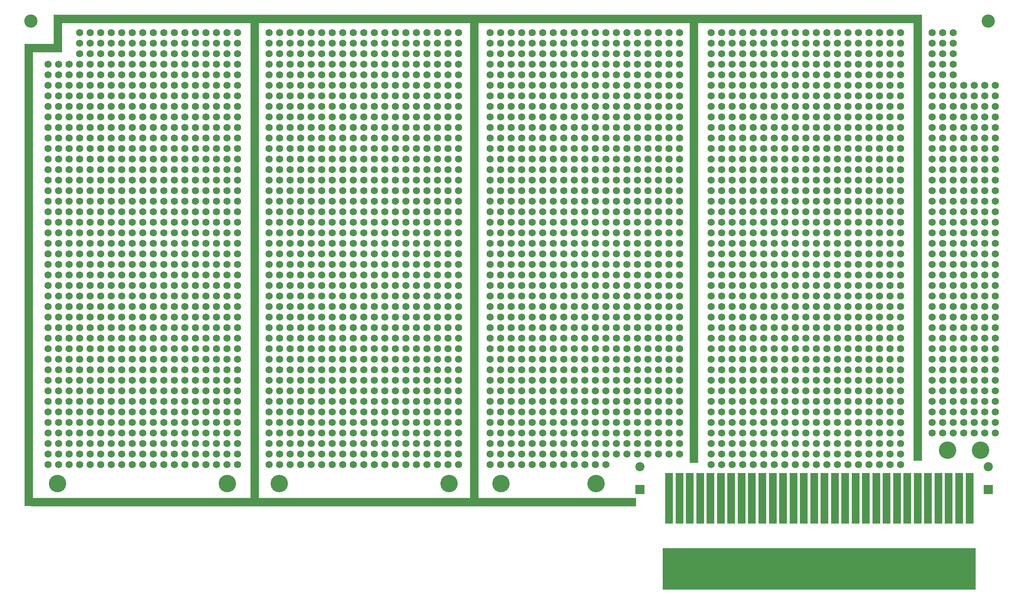
<source format=gts>
G75*
%MOIN*%
%OFA0B0*%
%FSLAX25Y25*%
%IPPOS*%
%LPD*%
%AMOC8*
5,1,8,0,0,1.08239X$1,22.5*
%
%ADD10C,0.12611*%
%ADD11R,2.97244X0.39370*%
%ADD12R,0.07874X4.38976*%
%ADD13R,0.33465X0.07874*%
%ADD14R,0.07874X0.35433*%
%ADD15R,0.07874X4.23228*%
%ADD16R,0.07874X4.54724*%
%ADD17R,8.24803X0.07874*%
%ADD18R,5.74803X0.07874*%
%ADD19C,0.16548*%
%ADD20R,0.07493X0.48044*%
%ADD21R,0.08674X0.08674*%
%ADD22C,0.08674*%
%ADD23C,0.06800*%
D10*
X0021079Y0544370D03*
X0930528Y0544370D03*
D11*
X0770094Y0024291D03*
D12*
X0019110Y0303228D03*
D13*
X0033874Y0518780D03*
D14*
X0046669Y0532559D03*
D15*
X0651000Y0336693D03*
X0863598Y0338661D03*
D16*
X0442339Y0318976D03*
X0233677Y0318976D03*
D17*
X0455134Y0546339D03*
D18*
X0308480Y0087677D03*
D19*
X0046276Y0105394D03*
X0207693Y0105394D03*
X0256906Y0105394D03*
X0418323Y0105394D03*
X0467535Y0105394D03*
X0558087Y0105394D03*
X0891945Y0136890D03*
X0923441Y0136890D03*
D20*
X0912811Y0091220D03*
X0902969Y0091220D03*
X0893126Y0091220D03*
X0883283Y0091220D03*
X0873441Y0091220D03*
X0863598Y0091220D03*
X0853756Y0091220D03*
X0843913Y0091220D03*
X0834071Y0091220D03*
X0824228Y0091220D03*
X0814386Y0091220D03*
X0804543Y0091220D03*
X0794701Y0091220D03*
X0784858Y0091220D03*
X0775016Y0091220D03*
X0765173Y0091220D03*
X0755331Y0091220D03*
X0745488Y0091220D03*
X0735646Y0091220D03*
X0725803Y0091220D03*
X0715961Y0091220D03*
X0706118Y0091220D03*
X0696276Y0091220D03*
X0686433Y0091220D03*
X0676591Y0091220D03*
X0666748Y0091220D03*
X0656906Y0091220D03*
X0647063Y0091220D03*
X0637220Y0091220D03*
X0627378Y0091220D03*
D21*
X0599504Y0099488D03*
X0930528Y0099488D03*
D22*
X0930528Y0121142D03*
X0599504Y0121142D03*
D23*
X0597457Y0133228D03*
X0607457Y0133228D03*
X0617457Y0133228D03*
X0627457Y0133228D03*
X0637457Y0133228D03*
X0637457Y0143228D03*
X0627457Y0143228D03*
X0617457Y0143228D03*
X0607457Y0143228D03*
X0597457Y0143228D03*
X0587457Y0143228D03*
X0577457Y0143228D03*
X0567457Y0143228D03*
X0557457Y0143228D03*
X0547457Y0143228D03*
X0537457Y0143228D03*
X0527457Y0143228D03*
X0517457Y0143228D03*
X0507457Y0143228D03*
X0497457Y0143228D03*
X0487457Y0143228D03*
X0477457Y0143228D03*
X0467457Y0143228D03*
X0457457Y0143228D03*
X0457457Y0133228D03*
X0467457Y0133228D03*
X0477457Y0133228D03*
X0487457Y0133228D03*
X0497457Y0133228D03*
X0507457Y0133228D03*
X0517457Y0133228D03*
X0527457Y0133228D03*
X0537457Y0133228D03*
X0547457Y0133228D03*
X0557457Y0133228D03*
X0567457Y0133228D03*
X0577457Y0133228D03*
X0587457Y0133228D03*
X0567142Y0123228D03*
X0557299Y0123228D03*
X0547457Y0123228D03*
X0537457Y0123228D03*
X0527457Y0123228D03*
X0517457Y0123228D03*
X0507457Y0123228D03*
X0497457Y0123228D03*
X0487457Y0123228D03*
X0477457Y0123228D03*
X0467457Y0123228D03*
X0457457Y0123228D03*
X0427457Y0123228D03*
X0417457Y0123228D03*
X0407457Y0123228D03*
X0397457Y0123228D03*
X0387457Y0123228D03*
X0377457Y0123228D03*
X0367457Y0123228D03*
X0357457Y0123228D03*
X0347457Y0123228D03*
X0337457Y0123228D03*
X0327457Y0123228D03*
X0317457Y0123228D03*
X0307457Y0123228D03*
X0297457Y0123228D03*
X0287457Y0123228D03*
X0277457Y0123228D03*
X0267457Y0123228D03*
X0257457Y0123228D03*
X0247457Y0123228D03*
X0247457Y0133228D03*
X0257457Y0133228D03*
X0267457Y0133228D03*
X0277457Y0133228D03*
X0287457Y0133228D03*
X0297457Y0133228D03*
X0307457Y0133228D03*
X0317457Y0133228D03*
X0327457Y0133228D03*
X0337457Y0133228D03*
X0347457Y0133228D03*
X0357457Y0133228D03*
X0367457Y0133228D03*
X0377457Y0133228D03*
X0387457Y0133228D03*
X0397457Y0133228D03*
X0407457Y0133228D03*
X0417457Y0133228D03*
X0427457Y0133228D03*
X0427457Y0143228D03*
X0417457Y0143228D03*
X0407457Y0143228D03*
X0397457Y0143228D03*
X0387457Y0143228D03*
X0377457Y0143228D03*
X0367457Y0143228D03*
X0357457Y0143228D03*
X0347457Y0143228D03*
X0337457Y0143228D03*
X0327457Y0143228D03*
X0317457Y0143228D03*
X0307457Y0143228D03*
X0297457Y0143228D03*
X0287457Y0143228D03*
X0277457Y0143228D03*
X0267457Y0143228D03*
X0257457Y0143228D03*
X0247457Y0143228D03*
X0247457Y0153228D03*
X0257457Y0153228D03*
X0267457Y0153228D03*
X0277457Y0153228D03*
X0287457Y0153228D03*
X0297457Y0153228D03*
X0307457Y0153228D03*
X0317457Y0153228D03*
X0327457Y0153228D03*
X0337457Y0153228D03*
X0347457Y0153228D03*
X0357457Y0153228D03*
X0367457Y0153228D03*
X0377457Y0153228D03*
X0387457Y0153228D03*
X0397457Y0153228D03*
X0407457Y0153228D03*
X0417457Y0153228D03*
X0427457Y0153228D03*
X0427457Y0163228D03*
X0417457Y0163228D03*
X0407457Y0163228D03*
X0397457Y0163228D03*
X0387457Y0163228D03*
X0377457Y0163228D03*
X0367457Y0163228D03*
X0357457Y0163228D03*
X0347457Y0163228D03*
X0337457Y0163228D03*
X0327457Y0163228D03*
X0317457Y0163228D03*
X0307457Y0163228D03*
X0297457Y0163228D03*
X0287457Y0163228D03*
X0277457Y0163228D03*
X0267457Y0163228D03*
X0257457Y0163228D03*
X0247457Y0163228D03*
X0247457Y0173228D03*
X0257457Y0173228D03*
X0267457Y0173228D03*
X0277457Y0173228D03*
X0287457Y0173228D03*
X0297457Y0173228D03*
X0307457Y0173228D03*
X0317457Y0173228D03*
X0327457Y0173228D03*
X0337457Y0173228D03*
X0347457Y0173228D03*
X0357457Y0173228D03*
X0367457Y0173228D03*
X0377457Y0173228D03*
X0387457Y0173228D03*
X0397457Y0173228D03*
X0407457Y0173228D03*
X0417457Y0173228D03*
X0427457Y0173228D03*
X0427457Y0183228D03*
X0417457Y0183228D03*
X0407457Y0183228D03*
X0397457Y0183228D03*
X0387457Y0183228D03*
X0377457Y0183228D03*
X0367457Y0183228D03*
X0357457Y0183228D03*
X0347457Y0183228D03*
X0337457Y0183228D03*
X0327457Y0183228D03*
X0317457Y0183228D03*
X0307457Y0183228D03*
X0297457Y0183228D03*
X0287457Y0183228D03*
X0277457Y0183228D03*
X0267457Y0183228D03*
X0257457Y0183228D03*
X0247457Y0183228D03*
X0247457Y0193228D03*
X0257457Y0193228D03*
X0267457Y0193228D03*
X0277457Y0193228D03*
X0287457Y0193228D03*
X0297457Y0193228D03*
X0307457Y0193228D03*
X0317457Y0193228D03*
X0327457Y0193228D03*
X0337457Y0193228D03*
X0347457Y0193228D03*
X0357457Y0193228D03*
X0367457Y0193228D03*
X0377457Y0193228D03*
X0387457Y0193228D03*
X0397457Y0193228D03*
X0407457Y0193228D03*
X0417457Y0193228D03*
X0427457Y0193228D03*
X0427457Y0203228D03*
X0417457Y0203228D03*
X0407457Y0203228D03*
X0397457Y0203228D03*
X0387457Y0203228D03*
X0377457Y0203228D03*
X0367457Y0203228D03*
X0357457Y0203228D03*
X0347457Y0203228D03*
X0337457Y0203228D03*
X0327457Y0203228D03*
X0317457Y0203228D03*
X0307457Y0203228D03*
X0297457Y0203228D03*
X0287457Y0203228D03*
X0277457Y0203228D03*
X0267457Y0203228D03*
X0257457Y0203228D03*
X0247457Y0203228D03*
X0247457Y0213228D03*
X0257457Y0213228D03*
X0267457Y0213228D03*
X0277457Y0213228D03*
X0287457Y0213228D03*
X0297457Y0213228D03*
X0307457Y0213228D03*
X0317457Y0213228D03*
X0327457Y0213228D03*
X0337457Y0213228D03*
X0347457Y0213228D03*
X0357457Y0213228D03*
X0367457Y0213228D03*
X0377457Y0213228D03*
X0387457Y0213228D03*
X0397457Y0213228D03*
X0407457Y0213228D03*
X0417457Y0213228D03*
X0427457Y0213228D03*
X0427457Y0223228D03*
X0417457Y0223228D03*
X0407457Y0223228D03*
X0397457Y0223228D03*
X0387457Y0223228D03*
X0377457Y0223228D03*
X0367457Y0223228D03*
X0357457Y0223228D03*
X0347457Y0223228D03*
X0337457Y0223228D03*
X0327457Y0223228D03*
X0317457Y0223228D03*
X0307457Y0223228D03*
X0297457Y0223228D03*
X0287457Y0223228D03*
X0277457Y0223228D03*
X0267457Y0223228D03*
X0257457Y0223228D03*
X0247457Y0223228D03*
X0247457Y0233228D03*
X0257457Y0233228D03*
X0267457Y0233228D03*
X0277457Y0233228D03*
X0287457Y0233228D03*
X0297457Y0233228D03*
X0307457Y0233228D03*
X0317457Y0233228D03*
X0327457Y0233228D03*
X0337457Y0233228D03*
X0347457Y0233228D03*
X0357457Y0233228D03*
X0367457Y0233228D03*
X0377457Y0233228D03*
X0387457Y0233228D03*
X0397457Y0233228D03*
X0407457Y0233228D03*
X0417457Y0233228D03*
X0427457Y0233228D03*
X0427457Y0243228D03*
X0417457Y0243228D03*
X0407457Y0243228D03*
X0397457Y0243228D03*
X0387457Y0243228D03*
X0377457Y0243228D03*
X0367457Y0243228D03*
X0357457Y0243228D03*
X0347457Y0243228D03*
X0337457Y0243228D03*
X0327457Y0243228D03*
X0317457Y0243228D03*
X0307457Y0243228D03*
X0297457Y0243228D03*
X0287457Y0243228D03*
X0277457Y0243228D03*
X0267457Y0243228D03*
X0257457Y0243228D03*
X0247457Y0243228D03*
X0247457Y0253228D03*
X0257457Y0253228D03*
X0267457Y0253228D03*
X0277457Y0253228D03*
X0287457Y0253228D03*
X0297457Y0253228D03*
X0307457Y0253228D03*
X0317457Y0253228D03*
X0327457Y0253228D03*
X0337457Y0253228D03*
X0347457Y0253228D03*
X0357457Y0253228D03*
X0367457Y0253228D03*
X0377457Y0253228D03*
X0387457Y0253228D03*
X0397457Y0253228D03*
X0407457Y0253228D03*
X0417457Y0253228D03*
X0427457Y0253228D03*
X0427457Y0263228D03*
X0417457Y0263228D03*
X0407457Y0263228D03*
X0397457Y0263228D03*
X0387457Y0263228D03*
X0377457Y0263228D03*
X0367457Y0263228D03*
X0357457Y0263228D03*
X0347457Y0263228D03*
X0337457Y0263228D03*
X0327457Y0263228D03*
X0317457Y0263228D03*
X0307457Y0263228D03*
X0297457Y0263228D03*
X0287457Y0263228D03*
X0277457Y0263228D03*
X0267457Y0263228D03*
X0257457Y0263228D03*
X0247457Y0263228D03*
X0247457Y0273228D03*
X0257457Y0273228D03*
X0267457Y0273228D03*
X0277457Y0273228D03*
X0287457Y0273228D03*
X0297457Y0273228D03*
X0307457Y0273228D03*
X0317457Y0273228D03*
X0327457Y0273228D03*
X0337457Y0273228D03*
X0347457Y0273228D03*
X0357457Y0273228D03*
X0367457Y0273228D03*
X0377457Y0273228D03*
X0387457Y0273228D03*
X0397457Y0273228D03*
X0407457Y0273228D03*
X0417457Y0273228D03*
X0427457Y0273228D03*
X0427457Y0283228D03*
X0417457Y0283228D03*
X0407457Y0283228D03*
X0397457Y0283228D03*
X0387457Y0283228D03*
X0377457Y0283228D03*
X0367457Y0283228D03*
X0357457Y0283228D03*
X0347457Y0283228D03*
X0337457Y0283228D03*
X0327457Y0283228D03*
X0317457Y0283228D03*
X0307457Y0283228D03*
X0297457Y0283228D03*
X0287457Y0283228D03*
X0277457Y0283228D03*
X0267457Y0283228D03*
X0257457Y0283228D03*
X0247457Y0283228D03*
X0247457Y0293228D03*
X0257457Y0293228D03*
X0267457Y0293228D03*
X0277457Y0293228D03*
X0287457Y0293228D03*
X0297457Y0293228D03*
X0307457Y0293228D03*
X0317457Y0293228D03*
X0327457Y0293228D03*
X0337457Y0293228D03*
X0347457Y0293228D03*
X0357457Y0293228D03*
X0367457Y0293228D03*
X0377457Y0293228D03*
X0387457Y0293228D03*
X0397457Y0293228D03*
X0407457Y0293228D03*
X0417457Y0293228D03*
X0427457Y0293228D03*
X0427457Y0303228D03*
X0417457Y0303228D03*
X0407457Y0303228D03*
X0397457Y0303228D03*
X0387457Y0303228D03*
X0377457Y0303228D03*
X0367457Y0303228D03*
X0357457Y0303228D03*
X0347457Y0303228D03*
X0337457Y0303228D03*
X0327457Y0303228D03*
X0317457Y0303228D03*
X0307457Y0303228D03*
X0297457Y0303228D03*
X0287457Y0303228D03*
X0277457Y0303228D03*
X0267457Y0303228D03*
X0257457Y0303228D03*
X0247457Y0303228D03*
X0247457Y0313228D03*
X0257457Y0313228D03*
X0267457Y0313228D03*
X0277457Y0313228D03*
X0287457Y0313228D03*
X0297457Y0313228D03*
X0307457Y0313228D03*
X0317457Y0313228D03*
X0327457Y0313228D03*
X0337457Y0313228D03*
X0347457Y0313228D03*
X0357457Y0313228D03*
X0367457Y0313228D03*
X0377457Y0313228D03*
X0387457Y0313228D03*
X0397457Y0313228D03*
X0407457Y0313228D03*
X0417457Y0313228D03*
X0427457Y0313228D03*
X0427457Y0323228D03*
X0417457Y0323228D03*
X0407457Y0323228D03*
X0397457Y0323228D03*
X0387457Y0323228D03*
X0377457Y0323228D03*
X0367457Y0323228D03*
X0357457Y0323228D03*
X0347457Y0323228D03*
X0337457Y0323228D03*
X0327457Y0323228D03*
X0317457Y0323228D03*
X0307457Y0323228D03*
X0297457Y0323228D03*
X0287457Y0323228D03*
X0277457Y0323228D03*
X0267457Y0323228D03*
X0257457Y0323228D03*
X0247457Y0323228D03*
X0247457Y0333228D03*
X0257457Y0333228D03*
X0267457Y0333228D03*
X0277457Y0333228D03*
X0287457Y0333228D03*
X0297457Y0333228D03*
X0307457Y0333228D03*
X0317457Y0333228D03*
X0327457Y0333228D03*
X0337457Y0333228D03*
X0347457Y0333228D03*
X0357457Y0333228D03*
X0367457Y0333228D03*
X0377457Y0333228D03*
X0387457Y0333228D03*
X0397457Y0333228D03*
X0407457Y0333228D03*
X0417457Y0333228D03*
X0427457Y0333228D03*
X0427457Y0343228D03*
X0417457Y0343228D03*
X0407457Y0343228D03*
X0397457Y0343228D03*
X0387457Y0343228D03*
X0377457Y0343228D03*
X0367457Y0343228D03*
X0357457Y0343228D03*
X0347457Y0343228D03*
X0337457Y0343228D03*
X0327457Y0343228D03*
X0317457Y0343228D03*
X0307457Y0343228D03*
X0297457Y0343228D03*
X0287457Y0343228D03*
X0277457Y0343228D03*
X0267457Y0343228D03*
X0257457Y0343228D03*
X0247457Y0343228D03*
X0247457Y0353228D03*
X0257457Y0353228D03*
X0267457Y0353228D03*
X0277457Y0353228D03*
X0287457Y0353228D03*
X0297457Y0353228D03*
X0307457Y0353228D03*
X0317457Y0353228D03*
X0327457Y0353228D03*
X0337457Y0353228D03*
X0347457Y0353228D03*
X0357457Y0353228D03*
X0367457Y0353228D03*
X0377457Y0353228D03*
X0387457Y0353228D03*
X0397457Y0353228D03*
X0407457Y0353228D03*
X0417457Y0353228D03*
X0427457Y0353228D03*
X0427457Y0363228D03*
X0417457Y0363228D03*
X0407457Y0363228D03*
X0397457Y0363228D03*
X0387457Y0363228D03*
X0377457Y0363228D03*
X0367457Y0363228D03*
X0357457Y0363228D03*
X0347457Y0363228D03*
X0337457Y0363228D03*
X0327457Y0363228D03*
X0317457Y0363228D03*
X0307457Y0363228D03*
X0297457Y0363228D03*
X0287457Y0363228D03*
X0277457Y0363228D03*
X0267457Y0363228D03*
X0257457Y0363228D03*
X0247457Y0363228D03*
X0247457Y0373228D03*
X0257457Y0373228D03*
X0267457Y0373228D03*
X0277457Y0373228D03*
X0287457Y0373228D03*
X0297457Y0373228D03*
X0307457Y0373228D03*
X0317457Y0373228D03*
X0327457Y0373228D03*
X0337457Y0373228D03*
X0347457Y0373228D03*
X0357457Y0373228D03*
X0367457Y0373228D03*
X0377457Y0373228D03*
X0387457Y0373228D03*
X0397457Y0373228D03*
X0407457Y0373228D03*
X0417457Y0373228D03*
X0427457Y0373228D03*
X0427457Y0383228D03*
X0417457Y0383228D03*
X0407457Y0383228D03*
X0397457Y0383228D03*
X0387457Y0383228D03*
X0377457Y0383228D03*
X0367457Y0383228D03*
X0357457Y0383228D03*
X0347457Y0383228D03*
X0337457Y0383228D03*
X0327457Y0383228D03*
X0317457Y0383228D03*
X0307457Y0383228D03*
X0297457Y0383228D03*
X0287457Y0383228D03*
X0277457Y0383228D03*
X0267457Y0383228D03*
X0257457Y0383228D03*
X0247457Y0383228D03*
X0247457Y0393228D03*
X0257457Y0393228D03*
X0267457Y0393228D03*
X0277457Y0393228D03*
X0287457Y0393228D03*
X0297457Y0393228D03*
X0307457Y0393228D03*
X0317457Y0393228D03*
X0327457Y0393228D03*
X0337457Y0393228D03*
X0347457Y0393228D03*
X0357457Y0393228D03*
X0367457Y0393228D03*
X0377457Y0393228D03*
X0387457Y0393228D03*
X0397457Y0393228D03*
X0407457Y0393228D03*
X0417457Y0393228D03*
X0427457Y0393228D03*
X0427457Y0403228D03*
X0417457Y0403228D03*
X0407457Y0403228D03*
X0397457Y0403228D03*
X0387457Y0403228D03*
X0377457Y0403228D03*
X0367457Y0403228D03*
X0357457Y0403228D03*
X0347457Y0403228D03*
X0337457Y0403228D03*
X0327457Y0403228D03*
X0317457Y0403228D03*
X0307457Y0403228D03*
X0297457Y0403228D03*
X0287457Y0403228D03*
X0277457Y0403228D03*
X0267457Y0403228D03*
X0257457Y0403228D03*
X0247457Y0403228D03*
X0247457Y0413228D03*
X0257457Y0413228D03*
X0267457Y0413228D03*
X0277457Y0413228D03*
X0287457Y0413228D03*
X0297457Y0413228D03*
X0307457Y0413228D03*
X0317457Y0413228D03*
X0327457Y0413228D03*
X0337457Y0413228D03*
X0347457Y0413228D03*
X0357457Y0413228D03*
X0367457Y0413228D03*
X0377457Y0413228D03*
X0387457Y0413228D03*
X0397457Y0413228D03*
X0407457Y0413228D03*
X0417457Y0413228D03*
X0427457Y0413228D03*
X0427457Y0423228D03*
X0417457Y0423228D03*
X0407457Y0423228D03*
X0397457Y0423228D03*
X0387457Y0423228D03*
X0377457Y0423228D03*
X0367457Y0423228D03*
X0357457Y0423228D03*
X0347457Y0423228D03*
X0337457Y0423228D03*
X0327457Y0423228D03*
X0317457Y0423228D03*
X0307457Y0423228D03*
X0297457Y0423228D03*
X0287457Y0423228D03*
X0277457Y0423228D03*
X0267457Y0423228D03*
X0257457Y0423228D03*
X0247457Y0423228D03*
X0247457Y0433228D03*
X0257457Y0433228D03*
X0267457Y0433228D03*
X0277457Y0433228D03*
X0287457Y0433228D03*
X0297457Y0433228D03*
X0307457Y0433228D03*
X0317457Y0433228D03*
X0327457Y0433228D03*
X0337457Y0433228D03*
X0347457Y0433228D03*
X0357457Y0433228D03*
X0367457Y0433228D03*
X0377457Y0433228D03*
X0387457Y0433228D03*
X0397457Y0433228D03*
X0407457Y0433228D03*
X0417457Y0433228D03*
X0427457Y0433228D03*
X0427457Y0443228D03*
X0417457Y0443228D03*
X0407457Y0443228D03*
X0397457Y0443228D03*
X0387457Y0443228D03*
X0377457Y0443228D03*
X0367457Y0443228D03*
X0357457Y0443228D03*
X0347457Y0443228D03*
X0337457Y0443228D03*
X0327457Y0443228D03*
X0317457Y0443228D03*
X0307457Y0443228D03*
X0297457Y0443228D03*
X0287457Y0443228D03*
X0277457Y0443228D03*
X0267457Y0443228D03*
X0257457Y0443228D03*
X0247457Y0443228D03*
X0247457Y0453228D03*
X0257457Y0453228D03*
X0267457Y0453228D03*
X0277457Y0453228D03*
X0287457Y0453228D03*
X0297457Y0453228D03*
X0307457Y0453228D03*
X0317457Y0453228D03*
X0327457Y0453228D03*
X0337457Y0453228D03*
X0347457Y0453228D03*
X0357457Y0453228D03*
X0367457Y0453228D03*
X0377457Y0453228D03*
X0387457Y0453228D03*
X0397457Y0453228D03*
X0407457Y0453228D03*
X0417457Y0453228D03*
X0427457Y0453228D03*
X0427457Y0463228D03*
X0417457Y0463228D03*
X0407457Y0463228D03*
X0397457Y0463228D03*
X0387457Y0463228D03*
X0377457Y0463228D03*
X0367457Y0463228D03*
X0357457Y0463228D03*
X0347457Y0463228D03*
X0337457Y0463228D03*
X0327457Y0463228D03*
X0317457Y0463228D03*
X0307457Y0463228D03*
X0297457Y0463228D03*
X0287457Y0463228D03*
X0277457Y0463228D03*
X0267457Y0463228D03*
X0257457Y0463228D03*
X0247457Y0463228D03*
X0247457Y0473228D03*
X0257457Y0473228D03*
X0267457Y0473228D03*
X0277457Y0473228D03*
X0287457Y0473228D03*
X0297457Y0473228D03*
X0307457Y0473228D03*
X0317457Y0473228D03*
X0327457Y0473228D03*
X0337457Y0473228D03*
X0347457Y0473228D03*
X0357457Y0473228D03*
X0367457Y0473228D03*
X0377457Y0473228D03*
X0387457Y0473228D03*
X0397457Y0473228D03*
X0407457Y0473228D03*
X0417457Y0473228D03*
X0427457Y0473228D03*
X0427457Y0483228D03*
X0417457Y0483228D03*
X0407457Y0483228D03*
X0397457Y0483228D03*
X0387457Y0483228D03*
X0377457Y0483228D03*
X0367457Y0483228D03*
X0357457Y0483228D03*
X0347457Y0483228D03*
X0337457Y0483228D03*
X0327457Y0483228D03*
X0317457Y0483228D03*
X0307457Y0483228D03*
X0297457Y0483228D03*
X0287457Y0483228D03*
X0277457Y0483228D03*
X0267457Y0483228D03*
X0257457Y0483228D03*
X0247457Y0483228D03*
X0247457Y0493228D03*
X0257457Y0493228D03*
X0267457Y0493228D03*
X0277457Y0493228D03*
X0287457Y0493228D03*
X0297457Y0493228D03*
X0307457Y0493228D03*
X0317457Y0493228D03*
X0327457Y0493228D03*
X0337457Y0493228D03*
X0347457Y0493228D03*
X0357457Y0493228D03*
X0367457Y0493228D03*
X0377457Y0493228D03*
X0387457Y0493228D03*
X0397457Y0493228D03*
X0407457Y0493228D03*
X0417457Y0493228D03*
X0427457Y0493228D03*
X0427457Y0503228D03*
X0417457Y0503228D03*
X0407457Y0503228D03*
X0397457Y0503228D03*
X0387457Y0503228D03*
X0377457Y0503228D03*
X0367457Y0503228D03*
X0357457Y0503228D03*
X0347457Y0503228D03*
X0337457Y0503228D03*
X0327457Y0503228D03*
X0317457Y0503228D03*
X0307457Y0503228D03*
X0297457Y0503228D03*
X0287457Y0503228D03*
X0277457Y0503228D03*
X0267457Y0503228D03*
X0257457Y0503228D03*
X0247457Y0503228D03*
X0247457Y0513228D03*
X0257457Y0513228D03*
X0267457Y0513228D03*
X0277457Y0513228D03*
X0287457Y0513228D03*
X0297457Y0513228D03*
X0307457Y0513228D03*
X0317457Y0513228D03*
X0327457Y0513228D03*
X0337457Y0513228D03*
X0347457Y0513228D03*
X0357457Y0513228D03*
X0367457Y0513228D03*
X0377457Y0513228D03*
X0387457Y0513228D03*
X0397457Y0513228D03*
X0407457Y0513228D03*
X0417457Y0513228D03*
X0427457Y0513228D03*
X0427457Y0523228D03*
X0417457Y0523228D03*
X0407457Y0523228D03*
X0397457Y0523228D03*
X0387457Y0523228D03*
X0377457Y0523228D03*
X0367457Y0523228D03*
X0357457Y0523228D03*
X0347457Y0523228D03*
X0337457Y0523228D03*
X0327457Y0523228D03*
X0317457Y0523228D03*
X0307457Y0523228D03*
X0297457Y0523228D03*
X0287457Y0523228D03*
X0277457Y0523228D03*
X0267457Y0523228D03*
X0257457Y0523228D03*
X0247457Y0523228D03*
X0247457Y0533228D03*
X0257457Y0533228D03*
X0267457Y0533228D03*
X0277457Y0533228D03*
X0287457Y0533228D03*
X0297457Y0533228D03*
X0307457Y0533228D03*
X0317457Y0533228D03*
X0327457Y0533228D03*
X0337457Y0533228D03*
X0347457Y0533228D03*
X0357457Y0533228D03*
X0367457Y0533228D03*
X0377457Y0533228D03*
X0387457Y0533228D03*
X0397457Y0533228D03*
X0407457Y0533228D03*
X0417457Y0533228D03*
X0427457Y0533228D03*
X0457457Y0533228D03*
X0467457Y0533228D03*
X0477457Y0533228D03*
X0487457Y0533228D03*
X0497457Y0533228D03*
X0507457Y0533228D03*
X0517457Y0533228D03*
X0527457Y0533228D03*
X0537457Y0533228D03*
X0547457Y0533228D03*
X0557457Y0533228D03*
X0567457Y0533228D03*
X0577457Y0533228D03*
X0587457Y0533228D03*
X0597457Y0533228D03*
X0607457Y0533228D03*
X0617457Y0533228D03*
X0627457Y0533228D03*
X0637457Y0533228D03*
X0637457Y0523228D03*
X0627457Y0523228D03*
X0617457Y0523228D03*
X0607457Y0523228D03*
X0597457Y0523228D03*
X0587457Y0523228D03*
X0577457Y0523228D03*
X0567457Y0523228D03*
X0557457Y0523228D03*
X0547457Y0523228D03*
X0537457Y0523228D03*
X0527457Y0523228D03*
X0517457Y0523228D03*
X0507457Y0523228D03*
X0497457Y0523228D03*
X0487457Y0523228D03*
X0477457Y0523228D03*
X0467457Y0523228D03*
X0457457Y0523228D03*
X0457457Y0513228D03*
X0467457Y0513228D03*
X0477457Y0513228D03*
X0487457Y0513228D03*
X0497457Y0513228D03*
X0507457Y0513228D03*
X0517457Y0513228D03*
X0527457Y0513228D03*
X0537457Y0513228D03*
X0547457Y0513228D03*
X0557457Y0513228D03*
X0567457Y0513228D03*
X0577457Y0513228D03*
X0587457Y0513228D03*
X0597457Y0513228D03*
X0607457Y0513228D03*
X0617457Y0513228D03*
X0627457Y0513228D03*
X0637457Y0513228D03*
X0637457Y0503228D03*
X0637457Y0493228D03*
X0627457Y0493228D03*
X0617457Y0493228D03*
X0607457Y0493228D03*
X0597457Y0493228D03*
X0587457Y0493228D03*
X0577457Y0493228D03*
X0567457Y0493228D03*
X0557457Y0493228D03*
X0547457Y0493228D03*
X0537457Y0493228D03*
X0527457Y0493228D03*
X0517457Y0493228D03*
X0507457Y0493228D03*
X0497457Y0493228D03*
X0487457Y0493228D03*
X0477457Y0493228D03*
X0467457Y0493228D03*
X0457457Y0493228D03*
X0457457Y0503228D03*
X0467457Y0503228D03*
X0477457Y0503228D03*
X0487457Y0503228D03*
X0497457Y0503228D03*
X0507457Y0503228D03*
X0517457Y0503228D03*
X0527457Y0503228D03*
X0537457Y0503228D03*
X0547457Y0503228D03*
X0557457Y0503228D03*
X0567457Y0503228D03*
X0577457Y0503228D03*
X0587457Y0503228D03*
X0597457Y0503228D03*
X0607457Y0503228D03*
X0617457Y0503228D03*
X0627457Y0503228D03*
X0627457Y0483228D03*
X0637457Y0483228D03*
X0637457Y0473228D03*
X0627457Y0473228D03*
X0617457Y0473228D03*
X0607457Y0473228D03*
X0597457Y0473228D03*
X0587457Y0473228D03*
X0577457Y0473228D03*
X0567457Y0473228D03*
X0557457Y0473228D03*
X0547457Y0473228D03*
X0537457Y0473228D03*
X0527457Y0473228D03*
X0517457Y0473228D03*
X0507457Y0473228D03*
X0497457Y0473228D03*
X0487457Y0473228D03*
X0477457Y0473228D03*
X0467457Y0473228D03*
X0457457Y0473228D03*
X0457457Y0463228D03*
X0457457Y0453228D03*
X0467457Y0453228D03*
X0477457Y0453228D03*
X0487457Y0453228D03*
X0497457Y0453228D03*
X0507457Y0453228D03*
X0517457Y0453228D03*
X0527457Y0453228D03*
X0537457Y0453228D03*
X0547457Y0453228D03*
X0557457Y0453228D03*
X0567457Y0453228D03*
X0577457Y0453228D03*
X0587457Y0453228D03*
X0597457Y0453228D03*
X0607457Y0453228D03*
X0617457Y0453228D03*
X0627457Y0453228D03*
X0637457Y0453228D03*
X0637457Y0463228D03*
X0627457Y0463228D03*
X0617457Y0463228D03*
X0607457Y0463228D03*
X0597457Y0463228D03*
X0587457Y0463228D03*
X0577457Y0463228D03*
X0567457Y0463228D03*
X0557457Y0463228D03*
X0547457Y0463228D03*
X0537457Y0463228D03*
X0527457Y0463228D03*
X0517457Y0463228D03*
X0507457Y0463228D03*
X0497457Y0463228D03*
X0487457Y0463228D03*
X0477457Y0463228D03*
X0467457Y0463228D03*
X0467457Y0443228D03*
X0477457Y0443228D03*
X0487457Y0443228D03*
X0497457Y0443228D03*
X0507457Y0443228D03*
X0517457Y0443228D03*
X0527457Y0443228D03*
X0537457Y0443228D03*
X0547457Y0443228D03*
X0557457Y0443228D03*
X0567457Y0443228D03*
X0577457Y0443228D03*
X0587457Y0443228D03*
X0597457Y0443228D03*
X0607457Y0443228D03*
X0617457Y0443228D03*
X0627457Y0443228D03*
X0637457Y0443228D03*
X0637457Y0433228D03*
X0627457Y0433228D03*
X0617457Y0433228D03*
X0607457Y0433228D03*
X0597457Y0433228D03*
X0587457Y0433228D03*
X0577457Y0433228D03*
X0567457Y0433228D03*
X0557457Y0433228D03*
X0547457Y0433228D03*
X0537457Y0433228D03*
X0527457Y0433228D03*
X0517457Y0433228D03*
X0507457Y0433228D03*
X0497457Y0433228D03*
X0487457Y0433228D03*
X0477457Y0433228D03*
X0467457Y0433228D03*
X0457457Y0433228D03*
X0457457Y0423228D03*
X0457457Y0413228D03*
X0467457Y0413228D03*
X0477457Y0413228D03*
X0487457Y0413228D03*
X0497457Y0413228D03*
X0507457Y0413228D03*
X0517457Y0413228D03*
X0527457Y0413228D03*
X0537457Y0413228D03*
X0547457Y0413228D03*
X0557457Y0413228D03*
X0567457Y0413228D03*
X0577457Y0413228D03*
X0587457Y0413228D03*
X0597457Y0413228D03*
X0607457Y0413228D03*
X0617457Y0413228D03*
X0627457Y0413228D03*
X0637457Y0413228D03*
X0637457Y0423228D03*
X0627457Y0423228D03*
X0617457Y0423228D03*
X0607457Y0423228D03*
X0597457Y0423228D03*
X0587457Y0423228D03*
X0577457Y0423228D03*
X0567457Y0423228D03*
X0557457Y0423228D03*
X0547457Y0423228D03*
X0537457Y0423228D03*
X0527457Y0423228D03*
X0517457Y0423228D03*
X0507457Y0423228D03*
X0497457Y0423228D03*
X0487457Y0423228D03*
X0477457Y0423228D03*
X0467457Y0423228D03*
X0467457Y0403228D03*
X0477457Y0403228D03*
X0487457Y0403228D03*
X0497457Y0403228D03*
X0507457Y0403228D03*
X0517457Y0403228D03*
X0527457Y0403228D03*
X0537457Y0403228D03*
X0547457Y0403228D03*
X0557457Y0403228D03*
X0567457Y0403228D03*
X0577457Y0403228D03*
X0587457Y0403228D03*
X0597457Y0403228D03*
X0607457Y0403228D03*
X0617457Y0403228D03*
X0627457Y0403228D03*
X0637457Y0403228D03*
X0637457Y0393228D03*
X0627457Y0393228D03*
X0617457Y0393228D03*
X0607457Y0393228D03*
X0597457Y0393228D03*
X0587457Y0393228D03*
X0577457Y0393228D03*
X0567457Y0393228D03*
X0557457Y0393228D03*
X0547457Y0393228D03*
X0537457Y0393228D03*
X0527457Y0393228D03*
X0517457Y0393228D03*
X0507457Y0393228D03*
X0497457Y0393228D03*
X0487457Y0393228D03*
X0477457Y0393228D03*
X0467457Y0393228D03*
X0457457Y0393228D03*
X0457457Y0383228D03*
X0457457Y0373228D03*
X0467457Y0373228D03*
X0477457Y0373228D03*
X0487457Y0373228D03*
X0497457Y0373228D03*
X0507457Y0373228D03*
X0517457Y0373228D03*
X0527457Y0373228D03*
X0537457Y0373228D03*
X0547457Y0373228D03*
X0557457Y0373228D03*
X0567457Y0373228D03*
X0577457Y0373228D03*
X0587457Y0373228D03*
X0597457Y0373228D03*
X0607457Y0373228D03*
X0617457Y0373228D03*
X0627457Y0373228D03*
X0637457Y0373228D03*
X0637457Y0383228D03*
X0627457Y0383228D03*
X0617457Y0383228D03*
X0607457Y0383228D03*
X0597457Y0383228D03*
X0587457Y0383228D03*
X0577457Y0383228D03*
X0567457Y0383228D03*
X0557457Y0383228D03*
X0547457Y0383228D03*
X0537457Y0383228D03*
X0527457Y0383228D03*
X0517457Y0383228D03*
X0507457Y0383228D03*
X0497457Y0383228D03*
X0487457Y0383228D03*
X0477457Y0383228D03*
X0467457Y0383228D03*
X0467457Y0363228D03*
X0477457Y0363228D03*
X0487457Y0363228D03*
X0497457Y0363228D03*
X0507457Y0363228D03*
X0517457Y0363228D03*
X0527457Y0363228D03*
X0537457Y0363228D03*
X0547457Y0363228D03*
X0557457Y0363228D03*
X0567457Y0363228D03*
X0577457Y0363228D03*
X0587457Y0363228D03*
X0597457Y0363228D03*
X0607457Y0363228D03*
X0617457Y0363228D03*
X0627457Y0363228D03*
X0637457Y0363228D03*
X0637457Y0353228D03*
X0627457Y0353228D03*
X0617457Y0353228D03*
X0607457Y0353228D03*
X0597457Y0353228D03*
X0587457Y0353228D03*
X0577457Y0353228D03*
X0567457Y0353228D03*
X0557457Y0353228D03*
X0547457Y0353228D03*
X0537457Y0353228D03*
X0527457Y0353228D03*
X0517457Y0353228D03*
X0507457Y0353228D03*
X0497457Y0353228D03*
X0487457Y0353228D03*
X0477457Y0353228D03*
X0467457Y0353228D03*
X0457457Y0353228D03*
X0457457Y0343228D03*
X0467457Y0343228D03*
X0477457Y0343228D03*
X0487457Y0343228D03*
X0497457Y0343228D03*
X0507457Y0343228D03*
X0517457Y0343228D03*
X0527457Y0343228D03*
X0537457Y0343228D03*
X0547457Y0343228D03*
X0557457Y0343228D03*
X0567457Y0343228D03*
X0577457Y0343228D03*
X0587457Y0343228D03*
X0597457Y0343228D03*
X0607457Y0343228D03*
X0617457Y0343228D03*
X0627457Y0343228D03*
X0637457Y0343228D03*
X0637457Y0333228D03*
X0637457Y0323228D03*
X0627457Y0323228D03*
X0617457Y0323228D03*
X0607457Y0323228D03*
X0597457Y0323228D03*
X0587457Y0323228D03*
X0577457Y0323228D03*
X0567457Y0323228D03*
X0557457Y0323228D03*
X0547457Y0323228D03*
X0537457Y0323228D03*
X0527457Y0323228D03*
X0517457Y0323228D03*
X0507457Y0323228D03*
X0497457Y0323228D03*
X0487457Y0323228D03*
X0477457Y0323228D03*
X0467457Y0323228D03*
X0457457Y0323228D03*
X0457457Y0333228D03*
X0467457Y0333228D03*
X0477457Y0333228D03*
X0487457Y0333228D03*
X0497457Y0333228D03*
X0507457Y0333228D03*
X0517457Y0333228D03*
X0527457Y0333228D03*
X0537457Y0333228D03*
X0547457Y0333228D03*
X0557457Y0333228D03*
X0567457Y0333228D03*
X0577457Y0333228D03*
X0587457Y0333228D03*
X0597457Y0333228D03*
X0607457Y0333228D03*
X0617457Y0333228D03*
X0627457Y0333228D03*
X0627457Y0313228D03*
X0637457Y0313228D03*
X0637457Y0303228D03*
X0627457Y0303228D03*
X0617457Y0303228D03*
X0607457Y0303228D03*
X0597457Y0303228D03*
X0587457Y0303228D03*
X0577457Y0303228D03*
X0567457Y0303228D03*
X0557457Y0303228D03*
X0547457Y0303228D03*
X0537457Y0303228D03*
X0527457Y0303228D03*
X0517457Y0303228D03*
X0507457Y0303228D03*
X0497457Y0303228D03*
X0487457Y0303228D03*
X0477457Y0303228D03*
X0467457Y0303228D03*
X0457457Y0303228D03*
X0457457Y0293228D03*
X0457457Y0283228D03*
X0467457Y0283228D03*
X0477457Y0283228D03*
X0487457Y0283228D03*
X0497457Y0283228D03*
X0507457Y0283228D03*
X0517457Y0283228D03*
X0527457Y0283228D03*
X0537457Y0283228D03*
X0547457Y0283228D03*
X0557457Y0283228D03*
X0567457Y0283228D03*
X0577457Y0283228D03*
X0587457Y0283228D03*
X0597457Y0283228D03*
X0607457Y0283228D03*
X0617457Y0283228D03*
X0627457Y0283228D03*
X0637457Y0283228D03*
X0637457Y0293228D03*
X0627457Y0293228D03*
X0617457Y0293228D03*
X0607457Y0293228D03*
X0597457Y0293228D03*
X0587457Y0293228D03*
X0577457Y0293228D03*
X0567457Y0293228D03*
X0557457Y0293228D03*
X0547457Y0293228D03*
X0537457Y0293228D03*
X0527457Y0293228D03*
X0517457Y0293228D03*
X0507457Y0293228D03*
X0497457Y0293228D03*
X0487457Y0293228D03*
X0477457Y0293228D03*
X0467457Y0293228D03*
X0467457Y0273228D03*
X0477457Y0273228D03*
X0487457Y0273228D03*
X0497457Y0273228D03*
X0507457Y0273228D03*
X0517457Y0273228D03*
X0527457Y0273228D03*
X0537457Y0273228D03*
X0547457Y0273228D03*
X0557457Y0273228D03*
X0567457Y0273228D03*
X0577457Y0273228D03*
X0587457Y0273228D03*
X0597457Y0273228D03*
X0607457Y0273228D03*
X0617457Y0273228D03*
X0627457Y0273228D03*
X0637457Y0273228D03*
X0637457Y0263228D03*
X0627457Y0263228D03*
X0617457Y0263228D03*
X0607457Y0263228D03*
X0597457Y0263228D03*
X0587457Y0263228D03*
X0577457Y0263228D03*
X0567457Y0263228D03*
X0557457Y0263228D03*
X0547457Y0263228D03*
X0537457Y0263228D03*
X0527457Y0263228D03*
X0517457Y0263228D03*
X0507457Y0263228D03*
X0497457Y0263228D03*
X0487457Y0263228D03*
X0477457Y0263228D03*
X0467457Y0263228D03*
X0457457Y0263228D03*
X0457457Y0253228D03*
X0457457Y0243228D03*
X0467457Y0243228D03*
X0477457Y0243228D03*
X0487457Y0243228D03*
X0497457Y0243228D03*
X0507457Y0243228D03*
X0517457Y0243228D03*
X0527457Y0243228D03*
X0537457Y0243228D03*
X0547457Y0243228D03*
X0557457Y0243228D03*
X0567457Y0243228D03*
X0577457Y0243228D03*
X0587457Y0243228D03*
X0597457Y0243228D03*
X0607457Y0243228D03*
X0617457Y0243228D03*
X0627457Y0243228D03*
X0637457Y0243228D03*
X0637457Y0253228D03*
X0627457Y0253228D03*
X0617457Y0253228D03*
X0607457Y0253228D03*
X0597457Y0253228D03*
X0587457Y0253228D03*
X0577457Y0253228D03*
X0567457Y0253228D03*
X0557457Y0253228D03*
X0547457Y0253228D03*
X0537457Y0253228D03*
X0527457Y0253228D03*
X0517457Y0253228D03*
X0507457Y0253228D03*
X0497457Y0253228D03*
X0487457Y0253228D03*
X0477457Y0253228D03*
X0467457Y0253228D03*
X0467457Y0233228D03*
X0477457Y0233228D03*
X0487457Y0233228D03*
X0497457Y0233228D03*
X0507457Y0233228D03*
X0517457Y0233228D03*
X0527457Y0233228D03*
X0537457Y0233228D03*
X0547457Y0233228D03*
X0557457Y0233228D03*
X0567457Y0233228D03*
X0577457Y0233228D03*
X0587457Y0233228D03*
X0597457Y0233228D03*
X0607457Y0233228D03*
X0617457Y0233228D03*
X0627457Y0233228D03*
X0637457Y0233228D03*
X0637457Y0223228D03*
X0627457Y0223228D03*
X0617457Y0223228D03*
X0607457Y0223228D03*
X0597457Y0223228D03*
X0587457Y0223228D03*
X0577457Y0223228D03*
X0567457Y0223228D03*
X0557457Y0223228D03*
X0547457Y0223228D03*
X0537457Y0223228D03*
X0527457Y0223228D03*
X0517457Y0223228D03*
X0507457Y0223228D03*
X0497457Y0223228D03*
X0487457Y0223228D03*
X0477457Y0223228D03*
X0467457Y0223228D03*
X0457457Y0223228D03*
X0457457Y0213228D03*
X0467457Y0213228D03*
X0477457Y0213228D03*
X0487457Y0213228D03*
X0497457Y0213228D03*
X0507457Y0213228D03*
X0517457Y0213228D03*
X0527457Y0213228D03*
X0537457Y0213228D03*
X0547457Y0213228D03*
X0557457Y0213228D03*
X0567457Y0213228D03*
X0577457Y0213228D03*
X0587457Y0213228D03*
X0597457Y0213228D03*
X0607457Y0213228D03*
X0617457Y0213228D03*
X0627457Y0213228D03*
X0637457Y0213228D03*
X0637457Y0203228D03*
X0637457Y0193228D03*
X0627457Y0193228D03*
X0617457Y0193228D03*
X0607457Y0193228D03*
X0597457Y0193228D03*
X0587457Y0193228D03*
X0577457Y0193228D03*
X0567457Y0193228D03*
X0557457Y0193228D03*
X0547457Y0193228D03*
X0537457Y0193228D03*
X0527457Y0193228D03*
X0517457Y0193228D03*
X0507457Y0193228D03*
X0497457Y0193228D03*
X0487457Y0193228D03*
X0477457Y0193228D03*
X0467457Y0193228D03*
X0457457Y0193228D03*
X0457457Y0203228D03*
X0467457Y0203228D03*
X0477457Y0203228D03*
X0487457Y0203228D03*
X0497457Y0203228D03*
X0507457Y0203228D03*
X0517457Y0203228D03*
X0527457Y0203228D03*
X0537457Y0203228D03*
X0547457Y0203228D03*
X0557457Y0203228D03*
X0567457Y0203228D03*
X0577457Y0203228D03*
X0587457Y0203228D03*
X0597457Y0203228D03*
X0607457Y0203228D03*
X0617457Y0203228D03*
X0627457Y0203228D03*
X0627457Y0183228D03*
X0637457Y0183228D03*
X0637457Y0173228D03*
X0627457Y0173228D03*
X0617457Y0173228D03*
X0607457Y0173228D03*
X0597457Y0173228D03*
X0587457Y0173228D03*
X0577457Y0173228D03*
X0567457Y0173228D03*
X0557457Y0173228D03*
X0547457Y0173228D03*
X0537457Y0173228D03*
X0527457Y0173228D03*
X0517457Y0173228D03*
X0507457Y0173228D03*
X0497457Y0173228D03*
X0487457Y0173228D03*
X0477457Y0173228D03*
X0467457Y0173228D03*
X0457457Y0173228D03*
X0457457Y0163228D03*
X0457457Y0153228D03*
X0467457Y0153228D03*
X0477457Y0153228D03*
X0487457Y0153228D03*
X0497457Y0153228D03*
X0507457Y0153228D03*
X0517457Y0153228D03*
X0527457Y0153228D03*
X0537457Y0153228D03*
X0547457Y0153228D03*
X0557457Y0153228D03*
X0567457Y0153228D03*
X0577457Y0153228D03*
X0587457Y0153228D03*
X0597457Y0153228D03*
X0607457Y0153228D03*
X0617457Y0153228D03*
X0627457Y0153228D03*
X0637457Y0153228D03*
X0637457Y0163228D03*
X0627457Y0163228D03*
X0617457Y0163228D03*
X0607457Y0163228D03*
X0597457Y0163228D03*
X0587457Y0163228D03*
X0577457Y0163228D03*
X0567457Y0163228D03*
X0557457Y0163228D03*
X0547457Y0163228D03*
X0537457Y0163228D03*
X0527457Y0163228D03*
X0517457Y0163228D03*
X0507457Y0163228D03*
X0497457Y0163228D03*
X0487457Y0163228D03*
X0477457Y0163228D03*
X0467457Y0163228D03*
X0467457Y0183228D03*
X0477457Y0183228D03*
X0487457Y0183228D03*
X0497457Y0183228D03*
X0507457Y0183228D03*
X0517457Y0183228D03*
X0527457Y0183228D03*
X0537457Y0183228D03*
X0547457Y0183228D03*
X0557457Y0183228D03*
X0567457Y0183228D03*
X0577457Y0183228D03*
X0587457Y0183228D03*
X0597457Y0183228D03*
X0607457Y0183228D03*
X0617457Y0183228D03*
X0667457Y0183228D03*
X0677457Y0183228D03*
X0687457Y0183228D03*
X0697457Y0183228D03*
X0707457Y0183228D03*
X0717457Y0183228D03*
X0727457Y0183228D03*
X0737457Y0183228D03*
X0747457Y0183228D03*
X0757457Y0183228D03*
X0767457Y0183228D03*
X0777457Y0183228D03*
X0787457Y0183228D03*
X0797457Y0183228D03*
X0807457Y0183228D03*
X0817457Y0183228D03*
X0827457Y0183228D03*
X0827457Y0173228D03*
X0817457Y0173228D03*
X0807457Y0173228D03*
X0797457Y0173228D03*
X0787457Y0173228D03*
X0777457Y0173228D03*
X0767457Y0173228D03*
X0757457Y0173228D03*
X0747457Y0173228D03*
X0737457Y0173228D03*
X0727457Y0173228D03*
X0717457Y0173228D03*
X0707457Y0173228D03*
X0697457Y0173228D03*
X0687457Y0173228D03*
X0677457Y0173228D03*
X0667457Y0173228D03*
X0667457Y0163228D03*
X0667457Y0153228D03*
X0677457Y0153228D03*
X0687457Y0153228D03*
X0697457Y0153228D03*
X0707457Y0153228D03*
X0717457Y0153228D03*
X0727457Y0153228D03*
X0737457Y0153228D03*
X0747457Y0153228D03*
X0757457Y0153228D03*
X0767457Y0153228D03*
X0777457Y0153228D03*
X0787457Y0153228D03*
X0797457Y0153228D03*
X0807457Y0153228D03*
X0817457Y0153228D03*
X0827457Y0153228D03*
X0827457Y0163228D03*
X0817457Y0163228D03*
X0807457Y0163228D03*
X0797457Y0163228D03*
X0787457Y0163228D03*
X0777457Y0163228D03*
X0767457Y0163228D03*
X0757457Y0163228D03*
X0747457Y0163228D03*
X0737457Y0163228D03*
X0727457Y0163228D03*
X0717457Y0163228D03*
X0707457Y0163228D03*
X0697457Y0163228D03*
X0687457Y0163228D03*
X0677457Y0163228D03*
X0677457Y0143228D03*
X0687457Y0143228D03*
X0697457Y0143228D03*
X0707457Y0143228D03*
X0717457Y0143228D03*
X0727457Y0143228D03*
X0737457Y0143228D03*
X0747457Y0143228D03*
X0757457Y0143228D03*
X0767457Y0143228D03*
X0777457Y0143228D03*
X0787457Y0143228D03*
X0797457Y0143228D03*
X0807457Y0143228D03*
X0817457Y0143228D03*
X0827457Y0143228D03*
X0827457Y0133228D03*
X0817457Y0133228D03*
X0807457Y0133228D03*
X0797457Y0133228D03*
X0787457Y0133228D03*
X0777457Y0133228D03*
X0767457Y0133228D03*
X0757457Y0133228D03*
X0747457Y0133228D03*
X0737457Y0133228D03*
X0727457Y0133228D03*
X0717457Y0133228D03*
X0707457Y0133228D03*
X0697457Y0133228D03*
X0687457Y0133228D03*
X0677457Y0133228D03*
X0667457Y0133228D03*
X0667457Y0123386D03*
X0677457Y0123386D03*
X0687457Y0123386D03*
X0697457Y0123386D03*
X0707457Y0123386D03*
X0717457Y0123386D03*
X0727457Y0123386D03*
X0737457Y0123386D03*
X0747457Y0123386D03*
X0757457Y0123386D03*
X0767457Y0123386D03*
X0777457Y0123386D03*
X0787457Y0123386D03*
X0797457Y0123386D03*
X0807457Y0123386D03*
X0817457Y0123386D03*
X0827457Y0123386D03*
X0837457Y0123386D03*
X0847457Y0123386D03*
X0847457Y0133228D03*
X0837457Y0133228D03*
X0837457Y0143228D03*
X0847457Y0143228D03*
X0847457Y0153228D03*
X0837457Y0153228D03*
X0837457Y0163228D03*
X0847457Y0163228D03*
X0847457Y0173228D03*
X0837457Y0173228D03*
X0837457Y0183228D03*
X0847457Y0183228D03*
X0847457Y0193228D03*
X0837457Y0193228D03*
X0837457Y0203228D03*
X0847457Y0203228D03*
X0847457Y0213228D03*
X0837457Y0213228D03*
X0827457Y0213228D03*
X0817457Y0213228D03*
X0807457Y0213228D03*
X0797457Y0213228D03*
X0787457Y0213228D03*
X0777457Y0213228D03*
X0767457Y0213228D03*
X0757457Y0213228D03*
X0747457Y0213228D03*
X0737457Y0213228D03*
X0727457Y0213228D03*
X0717457Y0213228D03*
X0707457Y0213228D03*
X0697457Y0213228D03*
X0687457Y0213228D03*
X0677457Y0213228D03*
X0667457Y0213228D03*
X0667457Y0203228D03*
X0667457Y0193228D03*
X0677457Y0193228D03*
X0687457Y0193228D03*
X0697457Y0193228D03*
X0707457Y0193228D03*
X0717457Y0193228D03*
X0727457Y0193228D03*
X0737457Y0193228D03*
X0747457Y0193228D03*
X0757457Y0193228D03*
X0767457Y0193228D03*
X0777457Y0193228D03*
X0787457Y0193228D03*
X0797457Y0193228D03*
X0807457Y0193228D03*
X0817457Y0193228D03*
X0827457Y0193228D03*
X0827457Y0203228D03*
X0817457Y0203228D03*
X0807457Y0203228D03*
X0797457Y0203228D03*
X0787457Y0203228D03*
X0777457Y0203228D03*
X0767457Y0203228D03*
X0757457Y0203228D03*
X0747457Y0203228D03*
X0737457Y0203228D03*
X0727457Y0203228D03*
X0717457Y0203228D03*
X0707457Y0203228D03*
X0697457Y0203228D03*
X0687457Y0203228D03*
X0677457Y0203228D03*
X0677457Y0223228D03*
X0687457Y0223228D03*
X0697457Y0223228D03*
X0707457Y0223228D03*
X0717457Y0223228D03*
X0727457Y0223228D03*
X0737457Y0223228D03*
X0747457Y0223228D03*
X0757457Y0223228D03*
X0767457Y0223228D03*
X0777457Y0223228D03*
X0787457Y0223228D03*
X0797457Y0223228D03*
X0807457Y0223228D03*
X0817457Y0223228D03*
X0827457Y0223228D03*
X0837457Y0223228D03*
X0847457Y0223228D03*
X0847457Y0233228D03*
X0837457Y0233228D03*
X0827457Y0233228D03*
X0817457Y0233228D03*
X0807457Y0233228D03*
X0797457Y0233228D03*
X0787457Y0233228D03*
X0777457Y0233228D03*
X0767457Y0233228D03*
X0757457Y0233228D03*
X0747457Y0233228D03*
X0737457Y0233228D03*
X0727457Y0233228D03*
X0717457Y0233228D03*
X0707457Y0233228D03*
X0697457Y0233228D03*
X0687457Y0233228D03*
X0677457Y0233228D03*
X0667457Y0233228D03*
X0667457Y0223228D03*
X0667457Y0243228D03*
X0677457Y0243228D03*
X0687457Y0243228D03*
X0697457Y0243228D03*
X0707457Y0243228D03*
X0717457Y0243228D03*
X0727457Y0243228D03*
X0737457Y0243228D03*
X0747457Y0243228D03*
X0757457Y0243228D03*
X0767457Y0243228D03*
X0777457Y0243228D03*
X0787457Y0243228D03*
X0797457Y0243228D03*
X0807457Y0243228D03*
X0817457Y0243228D03*
X0827457Y0243228D03*
X0827457Y0253228D03*
X0817457Y0253228D03*
X0807457Y0253228D03*
X0797457Y0253228D03*
X0787457Y0253228D03*
X0777457Y0253228D03*
X0767457Y0253228D03*
X0757457Y0253228D03*
X0747457Y0253228D03*
X0737457Y0253228D03*
X0727457Y0253228D03*
X0717457Y0253228D03*
X0707457Y0253228D03*
X0697457Y0253228D03*
X0687457Y0253228D03*
X0677457Y0253228D03*
X0667457Y0253228D03*
X0667457Y0263228D03*
X0677457Y0263228D03*
X0687457Y0263228D03*
X0697457Y0263228D03*
X0707457Y0263228D03*
X0717457Y0263228D03*
X0727457Y0263228D03*
X0737457Y0263228D03*
X0747457Y0263228D03*
X0757457Y0263228D03*
X0767457Y0263228D03*
X0777457Y0263228D03*
X0787457Y0263228D03*
X0797457Y0263228D03*
X0807457Y0263228D03*
X0817457Y0263228D03*
X0827457Y0263228D03*
X0837457Y0263228D03*
X0847457Y0263228D03*
X0847457Y0253228D03*
X0847457Y0243228D03*
X0837457Y0243228D03*
X0837457Y0253228D03*
X0837457Y0273228D03*
X0847457Y0273228D03*
X0847457Y0283228D03*
X0837457Y0283228D03*
X0837457Y0293228D03*
X0847457Y0293228D03*
X0847457Y0303228D03*
X0837457Y0303228D03*
X0827457Y0303228D03*
X0817457Y0303228D03*
X0807457Y0303228D03*
X0797457Y0303228D03*
X0787457Y0303228D03*
X0777457Y0303228D03*
X0767457Y0303228D03*
X0757457Y0303228D03*
X0747457Y0303228D03*
X0737457Y0303228D03*
X0727457Y0303228D03*
X0717457Y0303228D03*
X0707457Y0303228D03*
X0697457Y0303228D03*
X0687457Y0303228D03*
X0677457Y0303228D03*
X0667457Y0303228D03*
X0667457Y0293228D03*
X0667457Y0283228D03*
X0677457Y0283228D03*
X0687457Y0283228D03*
X0697457Y0283228D03*
X0707457Y0283228D03*
X0717457Y0283228D03*
X0727457Y0283228D03*
X0737457Y0283228D03*
X0747457Y0283228D03*
X0757457Y0283228D03*
X0767457Y0283228D03*
X0777457Y0283228D03*
X0787457Y0283228D03*
X0797457Y0283228D03*
X0807457Y0283228D03*
X0817457Y0283228D03*
X0827457Y0283228D03*
X0827457Y0293228D03*
X0817457Y0293228D03*
X0807457Y0293228D03*
X0797457Y0293228D03*
X0787457Y0293228D03*
X0777457Y0293228D03*
X0767457Y0293228D03*
X0757457Y0293228D03*
X0747457Y0293228D03*
X0737457Y0293228D03*
X0727457Y0293228D03*
X0717457Y0293228D03*
X0707457Y0293228D03*
X0697457Y0293228D03*
X0687457Y0293228D03*
X0677457Y0293228D03*
X0677457Y0273228D03*
X0687457Y0273228D03*
X0697457Y0273228D03*
X0707457Y0273228D03*
X0717457Y0273228D03*
X0727457Y0273228D03*
X0737457Y0273228D03*
X0747457Y0273228D03*
X0757457Y0273228D03*
X0767457Y0273228D03*
X0777457Y0273228D03*
X0787457Y0273228D03*
X0797457Y0273228D03*
X0807457Y0273228D03*
X0817457Y0273228D03*
X0827457Y0273228D03*
X0877457Y0273228D03*
X0887457Y0273228D03*
X0897457Y0273228D03*
X0907457Y0273228D03*
X0917457Y0273228D03*
X0927142Y0273228D03*
X0937142Y0273228D03*
X0937142Y0263228D03*
X0927142Y0263228D03*
X0917457Y0263228D03*
X0907457Y0263228D03*
X0897457Y0263228D03*
X0887457Y0263228D03*
X0877457Y0263228D03*
X0877457Y0253228D03*
X0877457Y0243228D03*
X0887457Y0243228D03*
X0897457Y0243228D03*
X0907457Y0243228D03*
X0917457Y0243228D03*
X0927142Y0243228D03*
X0937142Y0243228D03*
X0937142Y0253228D03*
X0927142Y0253228D03*
X0917457Y0253228D03*
X0907457Y0253228D03*
X0897457Y0253228D03*
X0887457Y0253228D03*
X0887457Y0233228D03*
X0897457Y0233228D03*
X0907457Y0233228D03*
X0917457Y0233228D03*
X0927142Y0233228D03*
X0937142Y0233228D03*
X0937142Y0223228D03*
X0927142Y0223228D03*
X0917457Y0223228D03*
X0907457Y0223228D03*
X0897457Y0223228D03*
X0887457Y0223228D03*
X0877457Y0223228D03*
X0877457Y0213228D03*
X0887457Y0213228D03*
X0897457Y0213228D03*
X0907457Y0213228D03*
X0917457Y0213228D03*
X0927142Y0213228D03*
X0937142Y0213228D03*
X0937142Y0203228D03*
X0937142Y0193228D03*
X0927142Y0193228D03*
X0917457Y0193228D03*
X0907457Y0193228D03*
X0897457Y0193228D03*
X0887457Y0193228D03*
X0877457Y0193228D03*
X0877457Y0203228D03*
X0887457Y0203228D03*
X0897457Y0203228D03*
X0907457Y0203228D03*
X0917457Y0203228D03*
X0927142Y0203228D03*
X0927142Y0183228D03*
X0917457Y0183228D03*
X0907457Y0183228D03*
X0897457Y0183228D03*
X0887457Y0183228D03*
X0877457Y0183228D03*
X0877457Y0173228D03*
X0887457Y0173228D03*
X0897457Y0173228D03*
X0907457Y0173228D03*
X0917457Y0173228D03*
X0927142Y0173228D03*
X0937142Y0173228D03*
X0937142Y0163228D03*
X0937142Y0153228D03*
X0927142Y0153228D03*
X0917457Y0153228D03*
X0907457Y0153228D03*
X0897457Y0153228D03*
X0887457Y0153228D03*
X0877457Y0153228D03*
X0877457Y0163228D03*
X0887457Y0163228D03*
X0897457Y0163228D03*
X0907457Y0163228D03*
X0917457Y0163228D03*
X0927142Y0163228D03*
X0937142Y0183228D03*
X0877457Y0233228D03*
X0877457Y0283228D03*
X0887457Y0283228D03*
X0897457Y0283228D03*
X0907457Y0283228D03*
X0917457Y0283228D03*
X0927142Y0283228D03*
X0937142Y0283228D03*
X0937142Y0293228D03*
X0927142Y0293228D03*
X0917457Y0293228D03*
X0907457Y0293228D03*
X0897457Y0293228D03*
X0887457Y0293228D03*
X0877457Y0293228D03*
X0877457Y0303228D03*
X0887457Y0303228D03*
X0897457Y0303228D03*
X0907457Y0303228D03*
X0917457Y0303228D03*
X0927142Y0303228D03*
X0937142Y0303228D03*
X0937142Y0313228D03*
X0927142Y0313228D03*
X0917457Y0313228D03*
X0907457Y0313228D03*
X0897457Y0313228D03*
X0887457Y0313228D03*
X0877457Y0313228D03*
X0877457Y0323228D03*
X0887457Y0323228D03*
X0897457Y0323228D03*
X0907457Y0323228D03*
X0917457Y0323228D03*
X0927142Y0323228D03*
X0937142Y0323228D03*
X0937142Y0333228D03*
X0927142Y0333228D03*
X0917457Y0333228D03*
X0907457Y0333228D03*
X0897457Y0333228D03*
X0887457Y0333228D03*
X0877457Y0333228D03*
X0877457Y0343228D03*
X0887457Y0343228D03*
X0897457Y0343228D03*
X0907457Y0343228D03*
X0917457Y0343228D03*
X0927142Y0343228D03*
X0937142Y0343228D03*
X0937142Y0353228D03*
X0927142Y0353228D03*
X0917457Y0353228D03*
X0907457Y0353228D03*
X0897457Y0353228D03*
X0887457Y0353228D03*
X0877457Y0353228D03*
X0877457Y0363228D03*
X0887457Y0363228D03*
X0897457Y0363228D03*
X0907457Y0363228D03*
X0917457Y0363228D03*
X0927142Y0363228D03*
X0937142Y0363228D03*
X0937142Y0373228D03*
X0927142Y0373228D03*
X0917457Y0373228D03*
X0907457Y0373228D03*
X0897457Y0373228D03*
X0887457Y0373228D03*
X0877457Y0373228D03*
X0877457Y0383228D03*
X0887457Y0383228D03*
X0897457Y0383228D03*
X0907457Y0383228D03*
X0917457Y0383228D03*
X0927142Y0383228D03*
X0937142Y0383228D03*
X0937142Y0393228D03*
X0927142Y0393228D03*
X0917457Y0393228D03*
X0907457Y0393228D03*
X0897457Y0393228D03*
X0887457Y0393228D03*
X0877457Y0393228D03*
X0877457Y0403228D03*
X0887457Y0403228D03*
X0897457Y0403228D03*
X0907457Y0403228D03*
X0917457Y0403228D03*
X0927142Y0403228D03*
X0937142Y0403228D03*
X0937142Y0413228D03*
X0927142Y0413228D03*
X0917457Y0413228D03*
X0907457Y0413228D03*
X0897457Y0413228D03*
X0887457Y0413228D03*
X0877457Y0413228D03*
X0877457Y0423228D03*
X0887457Y0423228D03*
X0897457Y0423228D03*
X0907457Y0423228D03*
X0917457Y0423228D03*
X0927142Y0423228D03*
X0937142Y0423228D03*
X0937142Y0433228D03*
X0927142Y0433228D03*
X0917457Y0433228D03*
X0907457Y0433228D03*
X0897457Y0433228D03*
X0887457Y0433228D03*
X0877457Y0433228D03*
X0877457Y0443228D03*
X0887457Y0443228D03*
X0897457Y0443228D03*
X0907457Y0443228D03*
X0917457Y0443228D03*
X0927142Y0443228D03*
X0937142Y0443228D03*
X0937142Y0453228D03*
X0927142Y0453228D03*
X0917457Y0453228D03*
X0907457Y0453228D03*
X0897457Y0453228D03*
X0887457Y0453228D03*
X0877457Y0453228D03*
X0877457Y0463228D03*
X0887457Y0463228D03*
X0897457Y0463228D03*
X0907457Y0463228D03*
X0917457Y0463228D03*
X0927142Y0463228D03*
X0937142Y0463228D03*
X0937142Y0473228D03*
X0927142Y0473228D03*
X0917457Y0473228D03*
X0907457Y0473228D03*
X0897457Y0473228D03*
X0887457Y0473228D03*
X0877457Y0473228D03*
X0877457Y0483228D03*
X0887457Y0483228D03*
X0897457Y0483228D03*
X0907457Y0483228D03*
X0917457Y0483228D03*
X0927142Y0483228D03*
X0937142Y0483228D03*
X0897457Y0493228D03*
X0887457Y0493228D03*
X0877457Y0493228D03*
X0877457Y0503228D03*
X0887457Y0503228D03*
X0897457Y0503228D03*
X0897142Y0513228D03*
X0887457Y0513228D03*
X0877457Y0513228D03*
X0877457Y0523228D03*
X0887457Y0523228D03*
X0897142Y0523228D03*
X0897142Y0533228D03*
X0887457Y0533228D03*
X0877457Y0533228D03*
X0847457Y0533228D03*
X0837457Y0533228D03*
X0837457Y0523228D03*
X0847457Y0523228D03*
X0847457Y0513228D03*
X0837457Y0513228D03*
X0837457Y0503228D03*
X0837457Y0493228D03*
X0847457Y0493228D03*
X0847457Y0503228D03*
X0847457Y0483228D03*
X0837457Y0483228D03*
X0837457Y0473228D03*
X0847457Y0473228D03*
X0847457Y0463228D03*
X0847457Y0453228D03*
X0837457Y0453228D03*
X0837457Y0463228D03*
X0827457Y0463228D03*
X0827457Y0453228D03*
X0817457Y0453228D03*
X0807457Y0453228D03*
X0797457Y0453228D03*
X0787457Y0453228D03*
X0777457Y0453228D03*
X0767457Y0453228D03*
X0757457Y0453228D03*
X0747457Y0453228D03*
X0737457Y0453228D03*
X0727457Y0453228D03*
X0717457Y0453228D03*
X0707457Y0453228D03*
X0697457Y0453228D03*
X0687457Y0453228D03*
X0677457Y0453228D03*
X0667457Y0453228D03*
X0667457Y0463228D03*
X0677457Y0463228D03*
X0687457Y0463228D03*
X0697457Y0463228D03*
X0707457Y0463228D03*
X0717457Y0463228D03*
X0727457Y0463228D03*
X0737457Y0463228D03*
X0747457Y0463228D03*
X0757457Y0463228D03*
X0767457Y0463228D03*
X0777457Y0463228D03*
X0787457Y0463228D03*
X0797457Y0463228D03*
X0807457Y0463228D03*
X0817457Y0463228D03*
X0817457Y0473228D03*
X0827457Y0473228D03*
X0827457Y0483228D03*
X0817457Y0483228D03*
X0807457Y0483228D03*
X0797457Y0483228D03*
X0787457Y0483228D03*
X0777457Y0483228D03*
X0767457Y0483228D03*
X0757457Y0483228D03*
X0747457Y0483228D03*
X0737457Y0483228D03*
X0727457Y0483228D03*
X0717457Y0483228D03*
X0707457Y0483228D03*
X0697457Y0483228D03*
X0687457Y0483228D03*
X0677457Y0483228D03*
X0667457Y0483228D03*
X0667457Y0473228D03*
X0677457Y0473228D03*
X0687457Y0473228D03*
X0697457Y0473228D03*
X0707457Y0473228D03*
X0717457Y0473228D03*
X0727457Y0473228D03*
X0737457Y0473228D03*
X0747457Y0473228D03*
X0757457Y0473228D03*
X0767457Y0473228D03*
X0777457Y0473228D03*
X0787457Y0473228D03*
X0797457Y0473228D03*
X0807457Y0473228D03*
X0807457Y0493228D03*
X0817457Y0493228D03*
X0827457Y0493228D03*
X0827457Y0503228D03*
X0817457Y0503228D03*
X0807457Y0503228D03*
X0797457Y0503228D03*
X0797457Y0493228D03*
X0787457Y0493228D03*
X0777457Y0493228D03*
X0767457Y0493228D03*
X0757457Y0493228D03*
X0747457Y0493228D03*
X0737457Y0493228D03*
X0727457Y0493228D03*
X0717457Y0493228D03*
X0707457Y0493228D03*
X0697457Y0493228D03*
X0687457Y0493228D03*
X0677457Y0493228D03*
X0667457Y0493228D03*
X0667457Y0503228D03*
X0677457Y0503228D03*
X0687457Y0503228D03*
X0697457Y0503228D03*
X0707457Y0503228D03*
X0717457Y0503228D03*
X0727457Y0503228D03*
X0737457Y0503228D03*
X0747457Y0503228D03*
X0757457Y0503228D03*
X0767457Y0503228D03*
X0777457Y0503228D03*
X0787457Y0503228D03*
X0787457Y0513228D03*
X0797457Y0513228D03*
X0807457Y0513228D03*
X0817457Y0513228D03*
X0827457Y0513228D03*
X0827457Y0523228D03*
X0817457Y0523228D03*
X0807457Y0523228D03*
X0797457Y0523228D03*
X0787457Y0523228D03*
X0777457Y0523228D03*
X0767457Y0523228D03*
X0757457Y0523228D03*
X0747457Y0523228D03*
X0737457Y0523228D03*
X0727457Y0523228D03*
X0717457Y0523228D03*
X0707457Y0523228D03*
X0697457Y0523228D03*
X0687457Y0523228D03*
X0677457Y0523228D03*
X0667457Y0523228D03*
X0667457Y0513228D03*
X0677457Y0513228D03*
X0687457Y0513228D03*
X0697457Y0513228D03*
X0707457Y0513228D03*
X0717457Y0513228D03*
X0727457Y0513228D03*
X0737457Y0513228D03*
X0747457Y0513228D03*
X0757457Y0513228D03*
X0767457Y0513228D03*
X0777457Y0513228D03*
X0777457Y0533228D03*
X0787457Y0533228D03*
X0797457Y0533228D03*
X0807457Y0533228D03*
X0817457Y0533228D03*
X0827457Y0533228D03*
X0767457Y0533228D03*
X0757457Y0533228D03*
X0747457Y0533228D03*
X0737457Y0533228D03*
X0727457Y0533228D03*
X0717457Y0533228D03*
X0707457Y0533228D03*
X0697457Y0533228D03*
X0687457Y0533228D03*
X0677457Y0533228D03*
X0667457Y0533228D03*
X0617457Y0483228D03*
X0607457Y0483228D03*
X0597457Y0483228D03*
X0587457Y0483228D03*
X0577457Y0483228D03*
X0567457Y0483228D03*
X0557457Y0483228D03*
X0547457Y0483228D03*
X0537457Y0483228D03*
X0527457Y0483228D03*
X0517457Y0483228D03*
X0507457Y0483228D03*
X0497457Y0483228D03*
X0487457Y0483228D03*
X0477457Y0483228D03*
X0467457Y0483228D03*
X0457457Y0483228D03*
X0457457Y0443228D03*
X0457457Y0403228D03*
X0457457Y0363228D03*
X0457457Y0313228D03*
X0467457Y0313228D03*
X0477457Y0313228D03*
X0487457Y0313228D03*
X0497457Y0313228D03*
X0507457Y0313228D03*
X0517457Y0313228D03*
X0527457Y0313228D03*
X0537457Y0313228D03*
X0547457Y0313228D03*
X0557457Y0313228D03*
X0567457Y0313228D03*
X0577457Y0313228D03*
X0587457Y0313228D03*
X0597457Y0313228D03*
X0607457Y0313228D03*
X0617457Y0313228D03*
X0667457Y0313228D03*
X0677457Y0313228D03*
X0687457Y0313228D03*
X0697457Y0313228D03*
X0707457Y0313228D03*
X0717457Y0313228D03*
X0727457Y0313228D03*
X0737457Y0313228D03*
X0747457Y0313228D03*
X0757457Y0313228D03*
X0767457Y0313228D03*
X0777457Y0313228D03*
X0787457Y0313228D03*
X0797457Y0313228D03*
X0807457Y0313228D03*
X0817457Y0313228D03*
X0827457Y0313228D03*
X0837457Y0313228D03*
X0847457Y0313228D03*
X0847457Y0323228D03*
X0837457Y0323228D03*
X0837457Y0333228D03*
X0847457Y0333228D03*
X0847457Y0343228D03*
X0837457Y0343228D03*
X0827457Y0343228D03*
X0817457Y0343228D03*
X0807457Y0343228D03*
X0797457Y0343228D03*
X0787457Y0343228D03*
X0777457Y0343228D03*
X0767457Y0343228D03*
X0757457Y0343228D03*
X0747457Y0343228D03*
X0737457Y0343228D03*
X0727457Y0343228D03*
X0717457Y0343228D03*
X0707457Y0343228D03*
X0697457Y0343228D03*
X0687457Y0343228D03*
X0677457Y0343228D03*
X0667457Y0343228D03*
X0667457Y0333228D03*
X0667457Y0323228D03*
X0677457Y0323228D03*
X0687457Y0323228D03*
X0697457Y0323228D03*
X0707457Y0323228D03*
X0717457Y0323228D03*
X0727457Y0323228D03*
X0737457Y0323228D03*
X0747457Y0323228D03*
X0757457Y0323228D03*
X0767457Y0323228D03*
X0777457Y0323228D03*
X0787457Y0323228D03*
X0797457Y0323228D03*
X0807457Y0323228D03*
X0817457Y0323228D03*
X0827457Y0323228D03*
X0827457Y0333228D03*
X0817457Y0333228D03*
X0807457Y0333228D03*
X0797457Y0333228D03*
X0787457Y0333228D03*
X0777457Y0333228D03*
X0767457Y0333228D03*
X0757457Y0333228D03*
X0747457Y0333228D03*
X0737457Y0333228D03*
X0727457Y0333228D03*
X0717457Y0333228D03*
X0707457Y0333228D03*
X0697457Y0333228D03*
X0687457Y0333228D03*
X0677457Y0333228D03*
X0677457Y0353228D03*
X0687457Y0353228D03*
X0697457Y0353228D03*
X0707457Y0353228D03*
X0717457Y0353228D03*
X0727457Y0353228D03*
X0737457Y0353228D03*
X0747457Y0353228D03*
X0757457Y0353228D03*
X0767457Y0353228D03*
X0777457Y0353228D03*
X0787457Y0353228D03*
X0797457Y0353228D03*
X0807457Y0353228D03*
X0817457Y0353228D03*
X0827457Y0353228D03*
X0837457Y0353228D03*
X0847457Y0353228D03*
X0847457Y0363228D03*
X0837457Y0363228D03*
X0827457Y0363228D03*
X0817457Y0363228D03*
X0807457Y0363228D03*
X0797457Y0363228D03*
X0787457Y0363228D03*
X0777457Y0363228D03*
X0767457Y0363228D03*
X0757457Y0363228D03*
X0747457Y0363228D03*
X0737457Y0363228D03*
X0727457Y0363228D03*
X0717457Y0363228D03*
X0707457Y0363228D03*
X0697457Y0363228D03*
X0687457Y0363228D03*
X0677457Y0363228D03*
X0667457Y0363228D03*
X0667457Y0353228D03*
X0667457Y0373228D03*
X0677457Y0373228D03*
X0687457Y0373228D03*
X0697457Y0373228D03*
X0707457Y0373228D03*
X0717457Y0373228D03*
X0727457Y0373228D03*
X0737457Y0373228D03*
X0747457Y0373228D03*
X0757457Y0373228D03*
X0767457Y0373228D03*
X0777457Y0373228D03*
X0787457Y0373228D03*
X0797457Y0373228D03*
X0807457Y0373228D03*
X0817457Y0373228D03*
X0827457Y0373228D03*
X0827457Y0383228D03*
X0817457Y0383228D03*
X0807457Y0383228D03*
X0797457Y0383228D03*
X0787457Y0383228D03*
X0777457Y0383228D03*
X0767457Y0383228D03*
X0757457Y0383228D03*
X0747457Y0383228D03*
X0737457Y0383228D03*
X0727457Y0383228D03*
X0717457Y0383228D03*
X0707457Y0383228D03*
X0697457Y0383228D03*
X0687457Y0383228D03*
X0677457Y0383228D03*
X0667457Y0383228D03*
X0667457Y0393228D03*
X0677457Y0393228D03*
X0687457Y0393228D03*
X0697457Y0393228D03*
X0707457Y0393228D03*
X0717457Y0393228D03*
X0727457Y0393228D03*
X0737457Y0393228D03*
X0747457Y0393228D03*
X0757457Y0393228D03*
X0767457Y0393228D03*
X0777457Y0393228D03*
X0787457Y0393228D03*
X0797457Y0393228D03*
X0807457Y0393228D03*
X0817457Y0393228D03*
X0827457Y0393228D03*
X0837457Y0393228D03*
X0847457Y0393228D03*
X0847457Y0383228D03*
X0847457Y0373228D03*
X0837457Y0373228D03*
X0837457Y0383228D03*
X0837457Y0403228D03*
X0847457Y0403228D03*
X0847457Y0413228D03*
X0837457Y0413228D03*
X0837457Y0423228D03*
X0847457Y0423228D03*
X0847457Y0433228D03*
X0837457Y0433228D03*
X0827457Y0433228D03*
X0817457Y0433228D03*
X0807457Y0433228D03*
X0797457Y0433228D03*
X0787457Y0433228D03*
X0777457Y0433228D03*
X0767457Y0433228D03*
X0757457Y0433228D03*
X0747457Y0433228D03*
X0737457Y0433228D03*
X0727457Y0433228D03*
X0717457Y0433228D03*
X0707457Y0433228D03*
X0697457Y0433228D03*
X0687457Y0433228D03*
X0677457Y0433228D03*
X0667457Y0433228D03*
X0667457Y0423228D03*
X0667457Y0413228D03*
X0677457Y0413228D03*
X0687457Y0413228D03*
X0697457Y0413228D03*
X0707457Y0413228D03*
X0717457Y0413228D03*
X0727457Y0413228D03*
X0737457Y0413228D03*
X0747457Y0413228D03*
X0757457Y0413228D03*
X0767457Y0413228D03*
X0777457Y0413228D03*
X0787457Y0413228D03*
X0797457Y0413228D03*
X0807457Y0413228D03*
X0817457Y0413228D03*
X0827457Y0413228D03*
X0827457Y0423228D03*
X0817457Y0423228D03*
X0807457Y0423228D03*
X0797457Y0423228D03*
X0787457Y0423228D03*
X0777457Y0423228D03*
X0767457Y0423228D03*
X0757457Y0423228D03*
X0747457Y0423228D03*
X0737457Y0423228D03*
X0727457Y0423228D03*
X0717457Y0423228D03*
X0707457Y0423228D03*
X0697457Y0423228D03*
X0687457Y0423228D03*
X0677457Y0423228D03*
X0677457Y0403228D03*
X0687457Y0403228D03*
X0697457Y0403228D03*
X0707457Y0403228D03*
X0717457Y0403228D03*
X0727457Y0403228D03*
X0737457Y0403228D03*
X0747457Y0403228D03*
X0757457Y0403228D03*
X0767457Y0403228D03*
X0777457Y0403228D03*
X0787457Y0403228D03*
X0797457Y0403228D03*
X0807457Y0403228D03*
X0817457Y0403228D03*
X0827457Y0403228D03*
X0827457Y0443228D03*
X0817457Y0443228D03*
X0807457Y0443228D03*
X0797457Y0443228D03*
X0787457Y0443228D03*
X0777457Y0443228D03*
X0767457Y0443228D03*
X0757457Y0443228D03*
X0747457Y0443228D03*
X0737457Y0443228D03*
X0727457Y0443228D03*
X0717457Y0443228D03*
X0707457Y0443228D03*
X0697457Y0443228D03*
X0687457Y0443228D03*
X0677457Y0443228D03*
X0667457Y0443228D03*
X0667457Y0403228D03*
X0837457Y0443228D03*
X0847457Y0443228D03*
X0667457Y0273228D03*
X0457457Y0273228D03*
X0457457Y0233228D03*
X0457457Y0183228D03*
X0667457Y0143228D03*
X0217457Y0143228D03*
X0207457Y0143228D03*
X0197457Y0143228D03*
X0187457Y0143228D03*
X0177457Y0143228D03*
X0167457Y0143228D03*
X0157457Y0143228D03*
X0147457Y0143228D03*
X0137457Y0143228D03*
X0127457Y0143228D03*
X0117457Y0143228D03*
X0107457Y0143228D03*
X0097457Y0143228D03*
X0087457Y0143228D03*
X0077457Y0143228D03*
X0067457Y0143228D03*
X0057457Y0143228D03*
X0057457Y0133228D03*
X0067457Y0133228D03*
X0077457Y0133228D03*
X0087457Y0133228D03*
X0097457Y0133228D03*
X0107457Y0133228D03*
X0117457Y0133228D03*
X0127457Y0133228D03*
X0137457Y0133228D03*
X0147457Y0133228D03*
X0157457Y0133228D03*
X0167457Y0133228D03*
X0177457Y0133228D03*
X0187457Y0133228D03*
X0197457Y0133228D03*
X0207457Y0133228D03*
X0217457Y0133228D03*
X0217457Y0123228D03*
X0207457Y0123228D03*
X0197457Y0123228D03*
X0187457Y0123228D03*
X0177457Y0123228D03*
X0167457Y0123228D03*
X0157457Y0123228D03*
X0147457Y0123228D03*
X0137457Y0123228D03*
X0127457Y0123228D03*
X0117457Y0123228D03*
X0107457Y0123228D03*
X0097457Y0123228D03*
X0087457Y0123228D03*
X0077457Y0123228D03*
X0067457Y0123228D03*
X0057457Y0123228D03*
X0047457Y0123228D03*
X0037457Y0123228D03*
X0037457Y0133228D03*
X0047457Y0133228D03*
X0047457Y0143228D03*
X0037457Y0143228D03*
X0037457Y0153228D03*
X0047457Y0153228D03*
X0047457Y0163228D03*
X0037457Y0163228D03*
X0037457Y0173228D03*
X0047457Y0173228D03*
X0057457Y0173228D03*
X0067457Y0173228D03*
X0077457Y0173228D03*
X0087457Y0173228D03*
X0097457Y0173228D03*
X0107457Y0173228D03*
X0117457Y0173228D03*
X0127457Y0173228D03*
X0137457Y0173228D03*
X0147457Y0173228D03*
X0157457Y0173228D03*
X0167457Y0173228D03*
X0177457Y0173228D03*
X0187457Y0173228D03*
X0197457Y0173228D03*
X0207457Y0173228D03*
X0217457Y0173228D03*
X0217457Y0163228D03*
X0217457Y0153228D03*
X0207457Y0153228D03*
X0197457Y0153228D03*
X0187457Y0153228D03*
X0177457Y0153228D03*
X0167457Y0153228D03*
X0157457Y0153228D03*
X0147457Y0153228D03*
X0137457Y0153228D03*
X0127457Y0153228D03*
X0117457Y0153228D03*
X0107457Y0153228D03*
X0097457Y0153228D03*
X0087457Y0153228D03*
X0077457Y0153228D03*
X0067457Y0153228D03*
X0057457Y0153228D03*
X0057457Y0163228D03*
X0067457Y0163228D03*
X0077457Y0163228D03*
X0087457Y0163228D03*
X0097457Y0163228D03*
X0107457Y0163228D03*
X0117457Y0163228D03*
X0127457Y0163228D03*
X0137457Y0163228D03*
X0147457Y0163228D03*
X0157457Y0163228D03*
X0167457Y0163228D03*
X0177457Y0163228D03*
X0187457Y0163228D03*
X0197457Y0163228D03*
X0207457Y0163228D03*
X0207457Y0183228D03*
X0217457Y0183228D03*
X0217457Y0193228D03*
X0207457Y0193228D03*
X0197457Y0193228D03*
X0187457Y0193228D03*
X0177457Y0193228D03*
X0167457Y0193228D03*
X0157457Y0193228D03*
X0147457Y0193228D03*
X0137457Y0193228D03*
X0127457Y0193228D03*
X0117457Y0193228D03*
X0107457Y0193228D03*
X0097457Y0193228D03*
X0087457Y0193228D03*
X0077457Y0193228D03*
X0067457Y0193228D03*
X0057457Y0193228D03*
X0057457Y0203228D03*
X0067457Y0203228D03*
X0077457Y0203228D03*
X0087457Y0203228D03*
X0097457Y0203228D03*
X0107457Y0203228D03*
X0117457Y0203228D03*
X0127457Y0203228D03*
X0137457Y0203228D03*
X0147457Y0203228D03*
X0157457Y0203228D03*
X0167457Y0203228D03*
X0177457Y0203228D03*
X0187457Y0203228D03*
X0197457Y0203228D03*
X0207457Y0203228D03*
X0217457Y0203228D03*
X0217457Y0213228D03*
X0207457Y0213228D03*
X0197457Y0213228D03*
X0187457Y0213228D03*
X0177457Y0213228D03*
X0167457Y0213228D03*
X0157457Y0213228D03*
X0147457Y0213228D03*
X0137457Y0213228D03*
X0127457Y0213228D03*
X0117457Y0213228D03*
X0107457Y0213228D03*
X0097457Y0213228D03*
X0087457Y0213228D03*
X0077457Y0213228D03*
X0067457Y0213228D03*
X0057457Y0213228D03*
X0047457Y0213228D03*
X0037457Y0213228D03*
X0037457Y0203228D03*
X0037457Y0193228D03*
X0047457Y0193228D03*
X0047457Y0203228D03*
X0047457Y0183228D03*
X0037457Y0183228D03*
X0057457Y0183228D03*
X0067457Y0183228D03*
X0077457Y0183228D03*
X0087457Y0183228D03*
X0097457Y0183228D03*
X0107457Y0183228D03*
X0117457Y0183228D03*
X0127457Y0183228D03*
X0137457Y0183228D03*
X0147457Y0183228D03*
X0157457Y0183228D03*
X0167457Y0183228D03*
X0177457Y0183228D03*
X0187457Y0183228D03*
X0197457Y0183228D03*
X0197457Y0223228D03*
X0207457Y0223228D03*
X0217457Y0223228D03*
X0217457Y0233228D03*
X0207457Y0233228D03*
X0197457Y0233228D03*
X0187457Y0233228D03*
X0177457Y0233228D03*
X0167457Y0233228D03*
X0157457Y0233228D03*
X0147457Y0233228D03*
X0137457Y0233228D03*
X0127457Y0233228D03*
X0117457Y0233228D03*
X0107457Y0233228D03*
X0097457Y0233228D03*
X0087457Y0233228D03*
X0077457Y0233228D03*
X0067457Y0233228D03*
X0057457Y0233228D03*
X0057457Y0223228D03*
X0067457Y0223228D03*
X0077457Y0223228D03*
X0087457Y0223228D03*
X0097457Y0223228D03*
X0107457Y0223228D03*
X0117457Y0223228D03*
X0127457Y0223228D03*
X0137457Y0223228D03*
X0147457Y0223228D03*
X0157457Y0223228D03*
X0167457Y0223228D03*
X0177457Y0223228D03*
X0187457Y0223228D03*
X0187457Y0243228D03*
X0197457Y0243228D03*
X0207457Y0243228D03*
X0217457Y0243228D03*
X0217457Y0253228D03*
X0207457Y0253228D03*
X0197457Y0253228D03*
X0187457Y0253228D03*
X0177457Y0253228D03*
X0177457Y0243228D03*
X0167457Y0243228D03*
X0157457Y0243228D03*
X0147457Y0243228D03*
X0137457Y0243228D03*
X0127457Y0243228D03*
X0117457Y0243228D03*
X0107457Y0243228D03*
X0097457Y0243228D03*
X0087457Y0243228D03*
X0077457Y0243228D03*
X0067457Y0243228D03*
X0057457Y0243228D03*
X0057457Y0253228D03*
X0067457Y0253228D03*
X0077457Y0253228D03*
X0087457Y0253228D03*
X0097457Y0253228D03*
X0107457Y0253228D03*
X0117457Y0253228D03*
X0127457Y0253228D03*
X0137457Y0253228D03*
X0147457Y0253228D03*
X0157457Y0253228D03*
X0167457Y0253228D03*
X0167457Y0263228D03*
X0177457Y0263228D03*
X0187457Y0263228D03*
X0197457Y0263228D03*
X0207457Y0263228D03*
X0217457Y0263228D03*
X0217457Y0273228D03*
X0207457Y0273228D03*
X0197457Y0273228D03*
X0187457Y0273228D03*
X0177457Y0273228D03*
X0167457Y0273228D03*
X0157457Y0273228D03*
X0147457Y0273228D03*
X0137457Y0273228D03*
X0127457Y0273228D03*
X0117457Y0273228D03*
X0107457Y0273228D03*
X0097457Y0273228D03*
X0087457Y0273228D03*
X0077457Y0273228D03*
X0067457Y0273228D03*
X0057457Y0273228D03*
X0057457Y0263228D03*
X0067457Y0263228D03*
X0077457Y0263228D03*
X0087457Y0263228D03*
X0097457Y0263228D03*
X0107457Y0263228D03*
X0117457Y0263228D03*
X0127457Y0263228D03*
X0137457Y0263228D03*
X0147457Y0263228D03*
X0157457Y0263228D03*
X0157457Y0283228D03*
X0167457Y0283228D03*
X0177457Y0283228D03*
X0187457Y0283228D03*
X0197457Y0283228D03*
X0207457Y0283228D03*
X0217457Y0283228D03*
X0217457Y0293228D03*
X0207457Y0293228D03*
X0197457Y0293228D03*
X0187457Y0293228D03*
X0177457Y0293228D03*
X0167457Y0293228D03*
X0157457Y0293228D03*
X0147457Y0293228D03*
X0147457Y0283228D03*
X0137457Y0283228D03*
X0127457Y0283228D03*
X0117457Y0283228D03*
X0107457Y0283228D03*
X0097457Y0283228D03*
X0087457Y0283228D03*
X0077457Y0283228D03*
X0067457Y0283228D03*
X0057457Y0283228D03*
X0057457Y0293228D03*
X0067457Y0293228D03*
X0077457Y0293228D03*
X0087457Y0293228D03*
X0097457Y0293228D03*
X0107457Y0293228D03*
X0117457Y0293228D03*
X0127457Y0293228D03*
X0137457Y0293228D03*
X0137457Y0303228D03*
X0147457Y0303228D03*
X0157457Y0303228D03*
X0167457Y0303228D03*
X0177457Y0303228D03*
X0187457Y0303228D03*
X0197457Y0303228D03*
X0207457Y0303228D03*
X0217457Y0303228D03*
X0217457Y0313228D03*
X0207457Y0313228D03*
X0197457Y0313228D03*
X0187457Y0313228D03*
X0177457Y0313228D03*
X0167457Y0313228D03*
X0157457Y0313228D03*
X0147457Y0313228D03*
X0137457Y0313228D03*
X0127457Y0313228D03*
X0117457Y0313228D03*
X0107457Y0313228D03*
X0097457Y0313228D03*
X0087457Y0313228D03*
X0077457Y0313228D03*
X0067457Y0313228D03*
X0057457Y0313228D03*
X0057457Y0303228D03*
X0067457Y0303228D03*
X0077457Y0303228D03*
X0087457Y0303228D03*
X0097457Y0303228D03*
X0107457Y0303228D03*
X0117457Y0303228D03*
X0127457Y0303228D03*
X0127457Y0323228D03*
X0137457Y0323228D03*
X0147457Y0323228D03*
X0157457Y0323228D03*
X0167457Y0323228D03*
X0177457Y0323228D03*
X0187457Y0323228D03*
X0197457Y0323228D03*
X0207457Y0323228D03*
X0217457Y0323228D03*
X0217457Y0333228D03*
X0207457Y0333228D03*
X0197457Y0333228D03*
X0187457Y0333228D03*
X0177457Y0333228D03*
X0167457Y0333228D03*
X0157457Y0333228D03*
X0147457Y0333228D03*
X0137457Y0333228D03*
X0127457Y0333228D03*
X0117457Y0333228D03*
X0117457Y0323228D03*
X0107457Y0323228D03*
X0097457Y0323228D03*
X0087457Y0323228D03*
X0077457Y0323228D03*
X0067457Y0323228D03*
X0057457Y0323228D03*
X0057457Y0333228D03*
X0067457Y0333228D03*
X0077457Y0333228D03*
X0087457Y0333228D03*
X0097457Y0333228D03*
X0107457Y0333228D03*
X0107457Y0343228D03*
X0117457Y0343228D03*
X0127457Y0343228D03*
X0137457Y0343228D03*
X0147457Y0343228D03*
X0157457Y0343228D03*
X0167457Y0343228D03*
X0177457Y0343228D03*
X0187457Y0343228D03*
X0197457Y0343228D03*
X0207457Y0343228D03*
X0217457Y0343228D03*
X0217457Y0353228D03*
X0207457Y0353228D03*
X0197457Y0353228D03*
X0187457Y0353228D03*
X0177457Y0353228D03*
X0167457Y0353228D03*
X0157457Y0353228D03*
X0147457Y0353228D03*
X0137457Y0353228D03*
X0127457Y0353228D03*
X0117457Y0353228D03*
X0107457Y0353228D03*
X0097457Y0353228D03*
X0087457Y0353228D03*
X0077457Y0353228D03*
X0067457Y0353228D03*
X0057457Y0353228D03*
X0057457Y0343228D03*
X0067457Y0343228D03*
X0077457Y0343228D03*
X0087457Y0343228D03*
X0097457Y0343228D03*
X0097457Y0363228D03*
X0107457Y0363228D03*
X0117457Y0363228D03*
X0127457Y0363228D03*
X0137457Y0363228D03*
X0147457Y0363228D03*
X0157457Y0363228D03*
X0167457Y0363228D03*
X0177457Y0363228D03*
X0187457Y0363228D03*
X0197457Y0363228D03*
X0207457Y0363228D03*
X0217457Y0363228D03*
X0217457Y0373228D03*
X0207457Y0373228D03*
X0197457Y0373228D03*
X0187457Y0373228D03*
X0177457Y0373228D03*
X0167457Y0373228D03*
X0157457Y0373228D03*
X0147457Y0373228D03*
X0137457Y0373228D03*
X0127457Y0373228D03*
X0117457Y0373228D03*
X0107457Y0373228D03*
X0097457Y0373228D03*
X0087457Y0373228D03*
X0077457Y0373228D03*
X0067457Y0373228D03*
X0057457Y0373228D03*
X0057457Y0383228D03*
X0067457Y0383228D03*
X0077457Y0383228D03*
X0087457Y0383228D03*
X0097457Y0383228D03*
X0107457Y0383228D03*
X0117457Y0383228D03*
X0127457Y0383228D03*
X0137457Y0383228D03*
X0147457Y0383228D03*
X0157457Y0383228D03*
X0167457Y0383228D03*
X0177457Y0383228D03*
X0187457Y0383228D03*
X0197457Y0383228D03*
X0207457Y0383228D03*
X0217457Y0383228D03*
X0217457Y0393228D03*
X0207457Y0393228D03*
X0197457Y0393228D03*
X0187457Y0393228D03*
X0177457Y0393228D03*
X0167457Y0393228D03*
X0157457Y0393228D03*
X0147457Y0393228D03*
X0137457Y0393228D03*
X0127457Y0393228D03*
X0117457Y0393228D03*
X0107457Y0393228D03*
X0097457Y0393228D03*
X0087457Y0393228D03*
X0077457Y0393228D03*
X0067457Y0393228D03*
X0057457Y0393228D03*
X0047457Y0393228D03*
X0037457Y0393228D03*
X0037457Y0383228D03*
X0037457Y0373228D03*
X0047457Y0373228D03*
X0047457Y0383228D03*
X0047457Y0363228D03*
X0037457Y0363228D03*
X0037457Y0353228D03*
X0047457Y0353228D03*
X0047457Y0343228D03*
X0037457Y0343228D03*
X0037457Y0333228D03*
X0037457Y0323228D03*
X0047457Y0323228D03*
X0047457Y0333228D03*
X0047457Y0313228D03*
X0037457Y0313228D03*
X0037457Y0303228D03*
X0047457Y0303228D03*
X0047457Y0293228D03*
X0047457Y0283228D03*
X0037457Y0283228D03*
X0037457Y0293228D03*
X0037457Y0273228D03*
X0047457Y0273228D03*
X0047457Y0263228D03*
X0037457Y0263228D03*
X0037457Y0253228D03*
X0037457Y0243228D03*
X0047457Y0243228D03*
X0047457Y0253228D03*
X0047457Y0233228D03*
X0037457Y0233228D03*
X0037457Y0223228D03*
X0047457Y0223228D03*
X0057457Y0363228D03*
X0067457Y0363228D03*
X0077457Y0363228D03*
X0087457Y0363228D03*
X0087457Y0403228D03*
X0097457Y0403228D03*
X0107457Y0403228D03*
X0117457Y0403228D03*
X0127457Y0403228D03*
X0137457Y0403228D03*
X0147457Y0403228D03*
X0157457Y0403228D03*
X0167457Y0403228D03*
X0177457Y0403228D03*
X0187457Y0403228D03*
X0197457Y0403228D03*
X0207457Y0403228D03*
X0217457Y0403228D03*
X0217457Y0413228D03*
X0207457Y0413228D03*
X0197457Y0413228D03*
X0187457Y0413228D03*
X0177457Y0413228D03*
X0167457Y0413228D03*
X0157457Y0413228D03*
X0147457Y0413228D03*
X0137457Y0413228D03*
X0127457Y0413228D03*
X0117457Y0413228D03*
X0107457Y0413228D03*
X0097457Y0413228D03*
X0087457Y0413228D03*
X0077457Y0413228D03*
X0067457Y0413228D03*
X0057457Y0413228D03*
X0057457Y0423228D03*
X0067457Y0423228D03*
X0077457Y0423228D03*
X0087457Y0423228D03*
X0097457Y0423228D03*
X0107457Y0423228D03*
X0117457Y0423228D03*
X0127457Y0423228D03*
X0137457Y0423228D03*
X0147457Y0423228D03*
X0157457Y0423228D03*
X0167457Y0423228D03*
X0177457Y0423228D03*
X0187457Y0423228D03*
X0197457Y0423228D03*
X0207457Y0423228D03*
X0217457Y0423228D03*
X0217457Y0433228D03*
X0207457Y0433228D03*
X0197457Y0433228D03*
X0187457Y0433228D03*
X0177457Y0433228D03*
X0167457Y0433228D03*
X0157457Y0433228D03*
X0147457Y0433228D03*
X0137457Y0433228D03*
X0127457Y0433228D03*
X0117457Y0433228D03*
X0107457Y0433228D03*
X0097457Y0433228D03*
X0087457Y0433228D03*
X0077457Y0433228D03*
X0067457Y0433228D03*
X0057457Y0433228D03*
X0047457Y0433228D03*
X0037457Y0433228D03*
X0037457Y0423228D03*
X0037457Y0413228D03*
X0047457Y0413228D03*
X0047457Y0423228D03*
X0047457Y0403228D03*
X0037457Y0403228D03*
X0057457Y0403228D03*
X0067457Y0403228D03*
X0077457Y0403228D03*
X0077457Y0443228D03*
X0087457Y0443228D03*
X0097457Y0443228D03*
X0107457Y0443228D03*
X0117457Y0443228D03*
X0127457Y0443228D03*
X0137457Y0443228D03*
X0147457Y0443228D03*
X0157457Y0443228D03*
X0167457Y0443228D03*
X0177457Y0443228D03*
X0187457Y0443228D03*
X0197457Y0443228D03*
X0207457Y0443228D03*
X0217457Y0443228D03*
X0217457Y0453228D03*
X0207457Y0453228D03*
X0197457Y0453228D03*
X0187457Y0453228D03*
X0177457Y0453228D03*
X0167457Y0453228D03*
X0157457Y0453228D03*
X0147457Y0453228D03*
X0137457Y0453228D03*
X0127457Y0453228D03*
X0117457Y0453228D03*
X0107457Y0453228D03*
X0097457Y0453228D03*
X0087457Y0453228D03*
X0077457Y0453228D03*
X0067457Y0453228D03*
X0057457Y0453228D03*
X0057457Y0463228D03*
X0067457Y0463228D03*
X0077457Y0463228D03*
X0087457Y0463228D03*
X0097457Y0463228D03*
X0107457Y0463228D03*
X0117457Y0463228D03*
X0127457Y0463228D03*
X0137457Y0463228D03*
X0147457Y0463228D03*
X0157457Y0463228D03*
X0167457Y0463228D03*
X0177457Y0463228D03*
X0187457Y0463228D03*
X0197457Y0463228D03*
X0207457Y0463228D03*
X0217457Y0463228D03*
X0217457Y0473228D03*
X0207457Y0473228D03*
X0197457Y0473228D03*
X0187457Y0473228D03*
X0177457Y0473228D03*
X0167457Y0473228D03*
X0157457Y0473228D03*
X0147457Y0473228D03*
X0137457Y0473228D03*
X0127457Y0473228D03*
X0117457Y0473228D03*
X0107457Y0473228D03*
X0097457Y0473228D03*
X0087457Y0473228D03*
X0077457Y0473228D03*
X0067457Y0473228D03*
X0057457Y0473228D03*
X0047457Y0473228D03*
X0037457Y0473228D03*
X0037457Y0463228D03*
X0037457Y0453228D03*
X0047457Y0453228D03*
X0047457Y0463228D03*
X0047457Y0443228D03*
X0037457Y0443228D03*
X0057457Y0443228D03*
X0067457Y0443228D03*
X0067457Y0483228D03*
X0077457Y0483228D03*
X0087457Y0483228D03*
X0097457Y0483228D03*
X0107457Y0483228D03*
X0117457Y0483228D03*
X0127457Y0483228D03*
X0137457Y0483228D03*
X0147457Y0483228D03*
X0157457Y0483228D03*
X0167457Y0483228D03*
X0177457Y0483228D03*
X0187457Y0483228D03*
X0197457Y0483228D03*
X0207457Y0483228D03*
X0217457Y0483228D03*
X0217457Y0493228D03*
X0207457Y0493228D03*
X0197457Y0493228D03*
X0187457Y0493228D03*
X0177457Y0493228D03*
X0167457Y0493228D03*
X0157457Y0493228D03*
X0147457Y0493228D03*
X0137457Y0493228D03*
X0127457Y0493228D03*
X0117457Y0493228D03*
X0107457Y0493228D03*
X0097457Y0493228D03*
X0087457Y0493228D03*
X0077457Y0493228D03*
X0067457Y0493228D03*
X0057457Y0493228D03*
X0057457Y0503228D03*
X0067457Y0503228D03*
X0077457Y0503228D03*
X0087457Y0503228D03*
X0097457Y0503228D03*
X0107457Y0503228D03*
X0117457Y0503228D03*
X0127457Y0503228D03*
X0137457Y0503228D03*
X0147457Y0503228D03*
X0157457Y0503228D03*
X0167457Y0503228D03*
X0177457Y0503228D03*
X0187457Y0503228D03*
X0197457Y0503228D03*
X0207457Y0503228D03*
X0217457Y0503228D03*
X0217457Y0513228D03*
X0207457Y0513228D03*
X0197457Y0513228D03*
X0187457Y0513228D03*
X0177457Y0513228D03*
X0167457Y0513228D03*
X0157457Y0513228D03*
X0147457Y0513228D03*
X0137457Y0513228D03*
X0127457Y0513228D03*
X0117457Y0513228D03*
X0107457Y0513228D03*
X0097457Y0513228D03*
X0087457Y0513228D03*
X0077457Y0513228D03*
X0067457Y0513228D03*
X0067457Y0523228D03*
X0077457Y0523228D03*
X0087457Y0523228D03*
X0097457Y0523228D03*
X0107457Y0523228D03*
X0117457Y0523228D03*
X0127457Y0523228D03*
X0137457Y0523228D03*
X0147457Y0523228D03*
X0157457Y0523228D03*
X0167457Y0523228D03*
X0177457Y0523228D03*
X0187457Y0523228D03*
X0197457Y0523228D03*
X0207457Y0523228D03*
X0217457Y0523228D03*
X0217457Y0533228D03*
X0207457Y0533228D03*
X0197457Y0533228D03*
X0187457Y0533228D03*
X0177457Y0533228D03*
X0167457Y0533228D03*
X0157457Y0533228D03*
X0147457Y0533228D03*
X0137457Y0533228D03*
X0127457Y0533228D03*
X0117457Y0533228D03*
X0107457Y0533228D03*
X0097457Y0533228D03*
X0087457Y0533228D03*
X0077457Y0533228D03*
X0067457Y0533228D03*
X0047457Y0503228D03*
X0047457Y0493228D03*
X0037457Y0493228D03*
X0037457Y0503228D03*
X0037457Y0483228D03*
X0047457Y0483228D03*
X0057457Y0483228D03*
M02*

</source>
